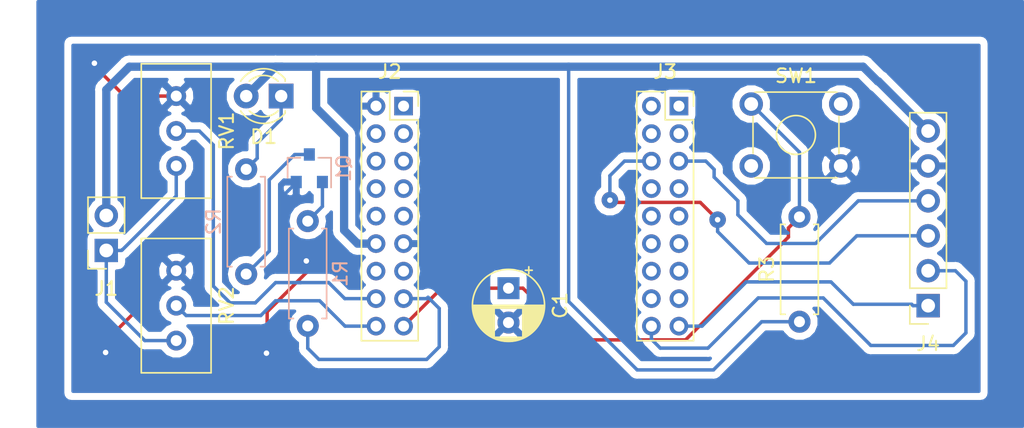
<source format=kicad_pcb>
(kicad_pcb (version 20171130) (host pcbnew 5.0.2-bee76a0~70~ubuntu16.04.1)

  (general
    (thickness 1.6)
    (drawings 0)
    (tracks 135)
    (zones 0)
    (modules 13)
    (nets 15)
  )

  (page A4)
  (layers
    (0 F.Cu signal)
    (31 B.Cu signal)
    (32 B.Adhes user)
    (33 F.Adhes user)
    (34 B.Paste user)
    (35 F.Paste user)
    (36 B.SilkS user)
    (37 F.SilkS user)
    (38 B.Mask user)
    (39 F.Mask user)
    (40 Dwgs.User user)
    (41 Cmts.User user)
    (42 Eco1.User user)
    (43 Eco2.User user)
    (44 Edge.Cuts user)
    (45 Margin user)
    (46 B.CrtYd user)
    (47 F.CrtYd user)
    (48 B.Fab user)
    (49 F.Fab user)
  )

  (setup
    (last_trace_width 0.25)
    (user_trace_width 0.6)
    (trace_clearance 0.2)
    (zone_clearance 0.508)
    (zone_45_only no)
    (trace_min 0.2)
    (segment_width 0.2)
    (edge_width 0.15)
    (via_size 1.2)
    (via_drill 0.4)
    (via_min_size 0.4)
    (via_min_drill 0.3)
    (uvia_size 0.3)
    (uvia_drill 0.1)
    (uvias_allowed no)
    (uvia_min_size 0.2)
    (uvia_min_drill 0.1)
    (pcb_text_width 0.3)
    (pcb_text_size 1.5 1.5)
    (mod_edge_width 0.15)
    (mod_text_size 1 1)
    (mod_text_width 0.15)
    (pad_size 1.524 1.524)
    (pad_drill 0.762)
    (pad_to_mask_clearance 0.051)
    (solder_mask_min_width 0.25)
    (aux_axis_origin 0 0)
    (grid_origin 107.188 80.772)
    (visible_elements 7FFFFFFF)
    (pcbplotparams
      (layerselection 0x010fc_ffffffff)
      (usegerberextensions false)
      (usegerberattributes false)
      (usegerberadvancedattributes false)
      (creategerberjobfile false)
      (excludeedgelayer true)
      (linewidth 0.100000)
      (plotframeref false)
      (viasonmask false)
      (mode 1)
      (useauxorigin false)
      (hpglpennumber 1)
      (hpglpenspeed 20)
      (hpglpendiameter 15.000000)
      (psnegative false)
      (psa4output false)
      (plotreference true)
      (plotvalue true)
      (plotinvisibletext false)
      (padsonsilk false)
      (subtractmaskfromsilk false)
      (outputformat 1)
      (mirror false)
      (drillshape 1)
      (scaleselection 1)
      (outputdirectory ""))
  )

  (net 0 "")
  (net 1 GND)
  (net 2 +2V5)
  (net 3 "Net-(D1-Pad1)")
  (net 4 "Net-(J1-Pad1)")
  (net 5 RX)
  (net 6 TX)
  (net 7 SWCLK)
  (net 8 SWDIO)
  (net 9 "Net-(Q1-Pad1)")
  (net 10 "Net-(Q1-Pad3)")
  (net 11 /04)
  (net 12 /02)
  (net 13 /01)
  (net 14 "Net-(J2-Pad18)")

  (net_class Default "This is the default net class."
    (clearance 0.2)
    (trace_width 0.25)
    (via_dia 1.2)
    (via_drill 0.4)
    (uvia_dia 0.3)
    (uvia_drill 0.1)
    (add_net +2V5)
    (add_net /01)
    (add_net /02)
    (add_net /04)
    (add_net GND)
    (add_net "Net-(D1-Pad1)")
    (add_net "Net-(J1-Pad1)")
    (add_net "Net-(J2-Pad18)")
    (add_net "Net-(Q1-Pad1)")
    (add_net "Net-(Q1-Pad3)")
    (add_net RX)
    (add_net SWCLK)
    (add_net SWDIO)
    (add_net TX)
  )

  (module LED_THT:LED_D3.0mm (layer F.Cu) (tedit 587A3A7B) (tstamp 5C447694)
    (at 98.298 82.042 180)
    (descr "LED, diameter 3.0mm, 2 pins")
    (tags "LED diameter 3.0mm 2 pins")
    (path /5C22FF48)
    (fp_text reference D1 (at 1.27 -2.96 180) (layer F.SilkS)
      (effects (font (size 1 1) (thickness 0.15)))
    )
    (fp_text value LED (at 1.27 2.96 180) (layer F.Fab)
      (effects (font (size 1 1) (thickness 0.15)))
    )
    (fp_arc (start 1.27 0) (end -0.23 -1.16619) (angle 284.3) (layer F.Fab) (width 0.1))
    (fp_arc (start 1.27 0) (end -0.29 -1.235516) (angle 108.8) (layer F.SilkS) (width 0.12))
    (fp_arc (start 1.27 0) (end -0.29 1.235516) (angle -108.8) (layer F.SilkS) (width 0.12))
    (fp_arc (start 1.27 0) (end 0.229039 -1.08) (angle 87.9) (layer F.SilkS) (width 0.12))
    (fp_arc (start 1.27 0) (end 0.229039 1.08) (angle -87.9) (layer F.SilkS) (width 0.12))
    (fp_circle (center 1.27 0) (end 2.77 0) (layer F.Fab) (width 0.1))
    (fp_line (start -0.23 -1.16619) (end -0.23 1.16619) (layer F.Fab) (width 0.1))
    (fp_line (start -0.29 -1.236) (end -0.29 -1.08) (layer F.SilkS) (width 0.12))
    (fp_line (start -0.29 1.08) (end -0.29 1.236) (layer F.SilkS) (width 0.12))
    (fp_line (start -1.15 -2.25) (end -1.15 2.25) (layer F.CrtYd) (width 0.05))
    (fp_line (start -1.15 2.25) (end 3.7 2.25) (layer F.CrtYd) (width 0.05))
    (fp_line (start 3.7 2.25) (end 3.7 -2.25) (layer F.CrtYd) (width 0.05))
    (fp_line (start 3.7 -2.25) (end -1.15 -2.25) (layer F.CrtYd) (width 0.05))
    (pad 1 thru_hole rect (at 0 0 180) (size 1.8 1.8) (drill 0.9) (layers *.Cu *.Mask)
      (net 3 "Net-(D1-Pad1)"))
    (pad 2 thru_hole circle (at 2.54 0 180) (size 1.8 1.8) (drill 0.9) (layers *.Cu *.Mask)
      (net 2 +2V5))
    (model ${KISYS3DMOD}/LED_THT.3dshapes/LED_D3.0mm.wrl
      (at (xyz 0 0 0))
      (scale (xyz 1 1 1))
      (rotate (xyz 0 0 0))
    )
  )

  (module Connector_PinSocket_2.00mm:PinSocket_2x09_P2.00mm_Vertical (layer F.Cu) (tedit 5A19A431) (tstamp 5C4476D2)
    (at 107.188 82.772)
    (descr "Through hole straight socket strip, 2x09, 2.00mm pitch, double cols (from Kicad 4.0.7), script generated")
    (tags "Through hole socket strip THT 2x09 2.00mm double row")
    (path /5C22DE5C)
    (fp_text reference J2 (at -1 -2.5) (layer F.SilkS)
      (effects (font (size 1 1) (thickness 0.15)))
    )
    (fp_text value Esquerdo (at -1 18.5) (layer F.Fab)
      (effects (font (size 1 1) (thickness 0.15)))
    )
    (fp_line (start -3 -1) (end 0 -1) (layer F.Fab) (width 0.1))
    (fp_line (start 0 -1) (end 1 0) (layer F.Fab) (width 0.1))
    (fp_line (start 1 0) (end 1 17) (layer F.Fab) (width 0.1))
    (fp_line (start 1 17) (end -3 17) (layer F.Fab) (width 0.1))
    (fp_line (start -3 17) (end -3 -1) (layer F.Fab) (width 0.1))
    (fp_line (start -3.06 -1.06) (end -1 -1.06) (layer F.SilkS) (width 0.12))
    (fp_line (start -3.06 -1.06) (end -3.06 17.06) (layer F.SilkS) (width 0.12))
    (fp_line (start -3.06 17.06) (end 1.06 17.06) (layer F.SilkS) (width 0.12))
    (fp_line (start 1.06 1) (end 1.06 17.06) (layer F.SilkS) (width 0.12))
    (fp_line (start -1 1) (end 1.06 1) (layer F.SilkS) (width 0.12))
    (fp_line (start -1 -1.06) (end -1 1) (layer F.SilkS) (width 0.12))
    (fp_line (start 1.06 -1.06) (end 1.06 0) (layer F.SilkS) (width 0.12))
    (fp_line (start 0 -1.06) (end 1.06 -1.06) (layer F.SilkS) (width 0.12))
    (fp_line (start -3.5 -1.5) (end 1.5 -1.5) (layer F.CrtYd) (width 0.05))
    (fp_line (start 1.5 -1.5) (end 1.5 17.5) (layer F.CrtYd) (width 0.05))
    (fp_line (start 1.5 17.5) (end -3.5 17.5) (layer F.CrtYd) (width 0.05))
    (fp_line (start -3.5 17.5) (end -3.5 -1.5) (layer F.CrtYd) (width 0.05))
    (fp_text user %R (at -1 8 90) (layer F.Fab)
      (effects (font (size 1 1) (thickness 0.15)))
    )
    (pad 1 thru_hole rect (at 0 0) (size 1.35 1.35) (drill 0.8) (layers *.Cu *.Mask))
    (pad 2 thru_hole oval (at -2 0) (size 1.35 1.35) (drill 0.8) (layers *.Cu *.Mask)
      (net 1 GND))
    (pad 3 thru_hole oval (at 0 2) (size 1.35 1.35) (drill 0.8) (layers *.Cu *.Mask))
    (pad 4 thru_hole oval (at -2 2) (size 1.35 1.35) (drill 0.8) (layers *.Cu *.Mask))
    (pad 5 thru_hole oval (at 0 4) (size 1.35 1.35) (drill 0.8) (layers *.Cu *.Mask))
    (pad 6 thru_hole oval (at -2 4) (size 1.35 1.35) (drill 0.8) (layers *.Cu *.Mask))
    (pad 7 thru_hole oval (at 0 6) (size 1.35 1.35) (drill 0.8) (layers *.Cu *.Mask))
    (pad 8 thru_hole oval (at -2 6) (size 1.35 1.35) (drill 0.8) (layers *.Cu *.Mask))
    (pad 9 thru_hole oval (at 0 8) (size 1.35 1.35) (drill 0.8) (layers *.Cu *.Mask))
    (pad 10 thru_hole oval (at -2 8) (size 1.35 1.35) (drill 0.8) (layers *.Cu *.Mask))
    (pad 11 thru_hole oval (at 0 10) (size 1.35 1.35) (drill 0.8) (layers *.Cu *.Mask)
      (net 1 GND))
    (pad 12 thru_hole oval (at -2 10) (size 1.35 1.35) (drill 0.8) (layers *.Cu *.Mask)
      (net 2 +2V5))
    (pad 13 thru_hole oval (at 0 12) (size 1.35 1.35) (drill 0.8) (layers *.Cu *.Mask))
    (pad 14 thru_hole oval (at -2 12) (size 1.35 1.35) (drill 0.8) (layers *.Cu *.Mask))
    (pad 15 thru_hole oval (at 0 14) (size 1.35 1.35) (drill 0.8) (layers *.Cu *.Mask)
      (net 12 /02))
    (pad 16 thru_hole oval (at -2 14) (size 1.35 1.35) (drill 0.8) (layers *.Cu *.Mask)
      (net 13 /01))
    (pad 17 thru_hole oval (at 0 16) (size 1.35 1.35) (drill 0.8) (layers *.Cu *.Mask)
      (net 11 /04))
    (pad 18 thru_hole oval (at -2 16) (size 1.35 1.35) (drill 0.8) (layers *.Cu *.Mask)
      (net 14 "Net-(J2-Pad18)"))
    (model ${KISYS3DMOD}/Connector_PinSocket_2.00mm.3dshapes/PinSocket_2x09_P2.00mm_Vertical.wrl
      (at (xyz 0 0 0))
      (scale (xyz 1 1 1))
      (rotate (xyz 0 0 0))
    )
  )

  (module Connector_PinSocket_2.00mm:PinSocket_2x09_P2.00mm_Vertical (layer F.Cu) (tedit 5A19A431) (tstamp 5C4476FA)
    (at 127.188 82.772)
    (descr "Through hole straight socket strip, 2x09, 2.00mm pitch, double cols (from Kicad 4.0.7), script generated")
    (tags "Through hole socket strip THT 2x09 2.00mm double row")
    (path /5C22DEA6)
    (fp_text reference J3 (at -1 -2.5) (layer F.SilkS)
      (effects (font (size 1 1) (thickness 0.15)))
    )
    (fp_text value Direito (at -1 18.5) (layer F.Fab)
      (effects (font (size 1 1) (thickness 0.15)))
    )
    (fp_text user %R (at -1 8 90) (layer F.Fab)
      (effects (font (size 1 1) (thickness 0.15)))
    )
    (fp_line (start -3.5 17.5) (end -3.5 -1.5) (layer F.CrtYd) (width 0.05))
    (fp_line (start 1.5 17.5) (end -3.5 17.5) (layer F.CrtYd) (width 0.05))
    (fp_line (start 1.5 -1.5) (end 1.5 17.5) (layer F.CrtYd) (width 0.05))
    (fp_line (start -3.5 -1.5) (end 1.5 -1.5) (layer F.CrtYd) (width 0.05))
    (fp_line (start 0 -1.06) (end 1.06 -1.06) (layer F.SilkS) (width 0.12))
    (fp_line (start 1.06 -1.06) (end 1.06 0) (layer F.SilkS) (width 0.12))
    (fp_line (start -1 -1.06) (end -1 1) (layer F.SilkS) (width 0.12))
    (fp_line (start -1 1) (end 1.06 1) (layer F.SilkS) (width 0.12))
    (fp_line (start 1.06 1) (end 1.06 17.06) (layer F.SilkS) (width 0.12))
    (fp_line (start -3.06 17.06) (end 1.06 17.06) (layer F.SilkS) (width 0.12))
    (fp_line (start -3.06 -1.06) (end -3.06 17.06) (layer F.SilkS) (width 0.12))
    (fp_line (start -3.06 -1.06) (end -1 -1.06) (layer F.SilkS) (width 0.12))
    (fp_line (start -3 17) (end -3 -1) (layer F.Fab) (width 0.1))
    (fp_line (start 1 17) (end -3 17) (layer F.Fab) (width 0.1))
    (fp_line (start 1 0) (end 1 17) (layer F.Fab) (width 0.1))
    (fp_line (start 0 -1) (end 1 0) (layer F.Fab) (width 0.1))
    (fp_line (start -3 -1) (end 0 -1) (layer F.Fab) (width 0.1))
    (pad 18 thru_hole oval (at -2 16) (size 1.35 1.35) (drill 0.8) (layers *.Cu *.Mask)
      (net 6 TX))
    (pad 17 thru_hole oval (at 0 16) (size 1.35 1.35) (drill 0.8) (layers *.Cu *.Mask)
      (net 5 RX))
    (pad 16 thru_hole oval (at -2 14) (size 1.35 1.35) (drill 0.8) (layers *.Cu *.Mask))
    (pad 15 thru_hole oval (at 0 14) (size 1.35 1.35) (drill 0.8) (layers *.Cu *.Mask))
    (pad 14 thru_hole oval (at -2 12) (size 1.35 1.35) (drill 0.8) (layers *.Cu *.Mask))
    (pad 13 thru_hole oval (at 0 12) (size 1.35 1.35) (drill 0.8) (layers *.Cu *.Mask))
    (pad 12 thru_hole oval (at -2 10) (size 1.35 1.35) (drill 0.8) (layers *.Cu *.Mask))
    (pad 11 thru_hole oval (at 0 10) (size 1.35 1.35) (drill 0.8) (layers *.Cu *.Mask))
    (pad 10 thru_hole oval (at -2 8) (size 1.35 1.35) (drill 0.8) (layers *.Cu *.Mask))
    (pad 9 thru_hole oval (at 0 8) (size 1.35 1.35) (drill 0.8) (layers *.Cu *.Mask))
    (pad 8 thru_hole oval (at -2 6) (size 1.35 1.35) (drill 0.8) (layers *.Cu *.Mask))
    (pad 7 thru_hole oval (at 0 6) (size 1.35 1.35) (drill 0.8) (layers *.Cu *.Mask))
    (pad 6 thru_hole oval (at -2 4) (size 1.35 1.35) (drill 0.8) (layers *.Cu *.Mask)
      (net 8 SWDIO))
    (pad 5 thru_hole oval (at 0 4) (size 1.35 1.35) (drill 0.8) (layers *.Cu *.Mask)
      (net 7 SWCLK))
    (pad 4 thru_hole oval (at -2 2) (size 1.35 1.35) (drill 0.8) (layers *.Cu *.Mask))
    (pad 3 thru_hole oval (at 0 2) (size 1.35 1.35) (drill 0.8) (layers *.Cu *.Mask))
    (pad 2 thru_hole oval (at -2 0) (size 1.35 1.35) (drill 0.8) (layers *.Cu *.Mask))
    (pad 1 thru_hole rect (at 0 0) (size 1.35 1.35) (drill 0.8) (layers *.Cu *.Mask))
    (model ${KISYS3DMOD}/Connector_PinSocket_2.00mm.3dshapes/PinSocket_2x09_P2.00mm_Vertical.wrl
      (at (xyz 0 0 0))
      (scale (xyz 1 1 1))
      (rotate (xyz 0 0 0))
    )
  )

  (module Package_TO_SOT_SMD:SOT-23 (layer B.Cu) (tedit 5A02FF57) (tstamp 5C447741)
    (at 100.3452 87.2904 90)
    (descr "SOT-23, Standard")
    (tags SOT-23)
    (path /5C2369C9)
    (attr smd)
    (fp_text reference Q1 (at 0 2.5 90) (layer B.SilkS)
      (effects (font (size 1 1) (thickness 0.15)) (justify mirror))
    )
    (fp_text value Q_NMOS_GSD (at 0 -2.5 90) (layer B.Fab)
      (effects (font (size 1 1) (thickness 0.15)) (justify mirror))
    )
    (fp_text user %R (at 0 0) (layer B.Fab)
      (effects (font (size 0.5 0.5) (thickness 0.075)) (justify mirror))
    )
    (fp_line (start -0.7 0.95) (end -0.7 -1.5) (layer B.Fab) (width 0.1))
    (fp_line (start -0.15 1.52) (end 0.7 1.52) (layer B.Fab) (width 0.1))
    (fp_line (start -0.7 0.95) (end -0.15 1.52) (layer B.Fab) (width 0.1))
    (fp_line (start 0.7 1.52) (end 0.7 -1.52) (layer B.Fab) (width 0.1))
    (fp_line (start -0.7 -1.52) (end 0.7 -1.52) (layer B.Fab) (width 0.1))
    (fp_line (start 0.76 -1.58) (end 0.76 -0.65) (layer B.SilkS) (width 0.12))
    (fp_line (start 0.76 1.58) (end 0.76 0.65) (layer B.SilkS) (width 0.12))
    (fp_line (start -1.7 1.75) (end 1.7 1.75) (layer B.CrtYd) (width 0.05))
    (fp_line (start 1.7 1.75) (end 1.7 -1.75) (layer B.CrtYd) (width 0.05))
    (fp_line (start 1.7 -1.75) (end -1.7 -1.75) (layer B.CrtYd) (width 0.05))
    (fp_line (start -1.7 -1.75) (end -1.7 1.75) (layer B.CrtYd) (width 0.05))
    (fp_line (start 0.76 1.58) (end -1.4 1.58) (layer B.SilkS) (width 0.12))
    (fp_line (start 0.76 -1.58) (end -0.7 -1.58) (layer B.SilkS) (width 0.12))
    (pad 1 smd rect (at -1 0.95 90) (size 0.9 0.8) (layers B.Cu B.Paste B.Mask)
      (net 9 "Net-(Q1-Pad1)"))
    (pad 2 smd rect (at -1 -0.95 90) (size 0.9 0.8) (layers B.Cu B.Paste B.Mask)
      (net 1 GND))
    (pad 3 smd rect (at 1 0 90) (size 0.9 0.8) (layers B.Cu B.Paste B.Mask)
      (net 10 "Net-(Q1-Pad3)"))
    (model ${KISYS3DMOD}/Package_TO_SOT_SMD.3dshapes/SOT-23.wrl
      (at (xyz 0 0 0))
      (scale (xyz 1 1 1))
      (rotate (xyz 0 0 0))
    )
  )

  (module Potentiometer_THT:Potentiometer_Bourns_3296W_Vertical (layer F.Cu) (tedit 5A3D4994) (tstamp 5C44777A)
    (at 90.678 87.122 270)
    (descr "Potentiometer, vertical, Bourns 3296W, https://www.bourns.com/pdfs/3296.pdf")
    (tags "Potentiometer vertical Bourns 3296W")
    (path /5C24E02F)
    (fp_text reference RV1 (at -2.54 -3.66 270) (layer F.SilkS)
      (effects (font (size 1 1) (thickness 0.15)))
    )
    (fp_text value R_POT_TRIM_US (at -2.54 3.67 270) (layer F.Fab)
      (effects (font (size 1 1) (thickness 0.15)))
    )
    (fp_text user %R (at -3.175 0.005 270) (layer F.Fab)
      (effects (font (size 1 1) (thickness 0.15)))
    )
    (fp_line (start 2.5 -2.7) (end -7.6 -2.7) (layer F.CrtYd) (width 0.05))
    (fp_line (start 2.5 2.7) (end 2.5 -2.7) (layer F.CrtYd) (width 0.05))
    (fp_line (start -7.6 2.7) (end 2.5 2.7) (layer F.CrtYd) (width 0.05))
    (fp_line (start -7.6 -2.7) (end -7.6 2.7) (layer F.CrtYd) (width 0.05))
    (fp_line (start 2.345 -2.53) (end 2.345 2.54) (layer F.SilkS) (width 0.12))
    (fp_line (start -7.425 -2.53) (end -7.425 2.54) (layer F.SilkS) (width 0.12))
    (fp_line (start -7.425 2.54) (end 2.345 2.54) (layer F.SilkS) (width 0.12))
    (fp_line (start -7.425 -2.53) (end 2.345 -2.53) (layer F.SilkS) (width 0.12))
    (fp_line (start 0.955 2.235) (end 0.956 0.066) (layer F.Fab) (width 0.1))
    (fp_line (start 0.955 2.235) (end 0.956 0.066) (layer F.Fab) (width 0.1))
    (fp_line (start 2.225 -2.41) (end -7.305 -2.41) (layer F.Fab) (width 0.1))
    (fp_line (start 2.225 2.42) (end 2.225 -2.41) (layer F.Fab) (width 0.1))
    (fp_line (start -7.305 2.42) (end 2.225 2.42) (layer F.Fab) (width 0.1))
    (fp_line (start -7.305 -2.41) (end -7.305 2.42) (layer F.Fab) (width 0.1))
    (fp_circle (center 0.955 1.15) (end 2.05 1.15) (layer F.Fab) (width 0.1))
    (pad 3 thru_hole circle (at -5.08 0 270) (size 1.44 1.44) (drill 0.8) (layers *.Cu *.Mask)
      (net 1 GND))
    (pad 2 thru_hole circle (at -2.54 0 270) (size 1.44 1.44) (drill 0.8) (layers *.Cu *.Mask)
      (net 13 /01))
    (pad 1 thru_hole circle (at 0 0 270) (size 1.44 1.44) (drill 0.8) (layers *.Cu *.Mask)
      (net 4 "Net-(J1-Pad1)"))
    (model ${KISYS3DMOD}/Potentiometer_THT.3dshapes/Potentiometer_Bourns_3296W_Vertical.wrl
      (at (xyz 0 0 0))
      (scale (xyz 1 1 1))
      (rotate (xyz 0 0 0))
    )
  )

  (module Potentiometer_THT:Potentiometer_Bourns_3296W_Vertical (layer F.Cu) (tedit 5A3D4994) (tstamp 5C447791)
    (at 90.678 99.822 270)
    (descr "Potentiometer, vertical, Bourns 3296W, https://www.bourns.com/pdfs/3296.pdf")
    (tags "Potentiometer vertical Bourns 3296W")
    (path /5C22E7D6)
    (fp_text reference RV2 (at -2.54 -3.66 270) (layer F.SilkS)
      (effects (font (size 1 1) (thickness 0.15)))
    )
    (fp_text value R_POT_TRIM_US (at -2.54 3.67 270) (layer F.Fab)
      (effects (font (size 1 1) (thickness 0.15)))
    )
    (fp_circle (center 0.955 1.15) (end 2.05 1.15) (layer F.Fab) (width 0.1))
    (fp_line (start -7.305 -2.41) (end -7.305 2.42) (layer F.Fab) (width 0.1))
    (fp_line (start -7.305 2.42) (end 2.225 2.42) (layer F.Fab) (width 0.1))
    (fp_line (start 2.225 2.42) (end 2.225 -2.41) (layer F.Fab) (width 0.1))
    (fp_line (start 2.225 -2.41) (end -7.305 -2.41) (layer F.Fab) (width 0.1))
    (fp_line (start 0.955 2.235) (end 0.956 0.066) (layer F.Fab) (width 0.1))
    (fp_line (start 0.955 2.235) (end 0.956 0.066) (layer F.Fab) (width 0.1))
    (fp_line (start -7.425 -2.53) (end 2.345 -2.53) (layer F.SilkS) (width 0.12))
    (fp_line (start -7.425 2.54) (end 2.345 2.54) (layer F.SilkS) (width 0.12))
    (fp_line (start -7.425 -2.53) (end -7.425 2.54) (layer F.SilkS) (width 0.12))
    (fp_line (start 2.345 -2.53) (end 2.345 2.54) (layer F.SilkS) (width 0.12))
    (fp_line (start -7.6 -2.7) (end -7.6 2.7) (layer F.CrtYd) (width 0.05))
    (fp_line (start -7.6 2.7) (end 2.5 2.7) (layer F.CrtYd) (width 0.05))
    (fp_line (start 2.5 2.7) (end 2.5 -2.7) (layer F.CrtYd) (width 0.05))
    (fp_line (start 2.5 -2.7) (end -7.6 -2.7) (layer F.CrtYd) (width 0.05))
    (fp_text user %R (at -3.175 0.005 270) (layer F.Fab)
      (effects (font (size 1 1) (thickness 0.15)))
    )
    (pad 1 thru_hole circle (at 0 0 270) (size 1.44 1.44) (drill 0.8) (layers *.Cu *.Mask)
      (net 4 "Net-(J1-Pad1)"))
    (pad 2 thru_hole circle (at -2.54 0 270) (size 1.44 1.44) (drill 0.8) (layers *.Cu *.Mask)
      (net 14 "Net-(J2-Pad18)"))
    (pad 3 thru_hole circle (at -5.08 0 270) (size 1.44 1.44) (drill 0.8) (layers *.Cu *.Mask)
      (net 1 GND))
    (model ${KISYS3DMOD}/Potentiometer_THT.3dshapes/Potentiometer_Bourns_3296W_Vertical.wrl
      (at (xyz 0 0 0))
      (scale (xyz 1 1 1))
      (rotate (xyz 0 0 0))
    )
  )

  (module Capacitor_THT:CP_Radial_D5.0mm_P2.50mm (layer F.Cu) (tedit 5AE50EF0) (tstamp 5C55CF9D)
    (at 114.808 96.012 270)
    (descr "CP, Radial series, Radial, pin pitch=2.50mm, , diameter=5mm, Electrolytic Capacitor")
    (tags "CP Radial series Radial pin pitch 2.50mm  diameter 5mm Electrolytic Capacitor")
    (path /5C57A11E)
    (fp_text reference C1 (at 1.25 -3.75 270) (layer F.SilkS)
      (effects (font (size 1 1) (thickness 0.15)))
    )
    (fp_text value 100nF (at 1.25 3.75 270) (layer F.Fab)
      (effects (font (size 1 1) (thickness 0.15)))
    )
    (fp_circle (center 1.25 0) (end 3.75 0) (layer F.Fab) (width 0.1))
    (fp_circle (center 1.25 0) (end 3.87 0) (layer F.SilkS) (width 0.12))
    (fp_circle (center 1.25 0) (end 4 0) (layer F.CrtYd) (width 0.05))
    (fp_line (start -0.883605 -1.0875) (end -0.383605 -1.0875) (layer F.Fab) (width 0.1))
    (fp_line (start -0.633605 -1.3375) (end -0.633605 -0.8375) (layer F.Fab) (width 0.1))
    (fp_line (start 1.25 -2.58) (end 1.25 2.58) (layer F.SilkS) (width 0.12))
    (fp_line (start 1.29 -2.58) (end 1.29 2.58) (layer F.SilkS) (width 0.12))
    (fp_line (start 1.33 -2.579) (end 1.33 2.579) (layer F.SilkS) (width 0.12))
    (fp_line (start 1.37 -2.578) (end 1.37 2.578) (layer F.SilkS) (width 0.12))
    (fp_line (start 1.41 -2.576) (end 1.41 2.576) (layer F.SilkS) (width 0.12))
    (fp_line (start 1.45 -2.573) (end 1.45 2.573) (layer F.SilkS) (width 0.12))
    (fp_line (start 1.49 -2.569) (end 1.49 -1.04) (layer F.SilkS) (width 0.12))
    (fp_line (start 1.49 1.04) (end 1.49 2.569) (layer F.SilkS) (width 0.12))
    (fp_line (start 1.53 -2.565) (end 1.53 -1.04) (layer F.SilkS) (width 0.12))
    (fp_line (start 1.53 1.04) (end 1.53 2.565) (layer F.SilkS) (width 0.12))
    (fp_line (start 1.57 -2.561) (end 1.57 -1.04) (layer F.SilkS) (width 0.12))
    (fp_line (start 1.57 1.04) (end 1.57 2.561) (layer F.SilkS) (width 0.12))
    (fp_line (start 1.61 -2.556) (end 1.61 -1.04) (layer F.SilkS) (width 0.12))
    (fp_line (start 1.61 1.04) (end 1.61 2.556) (layer F.SilkS) (width 0.12))
    (fp_line (start 1.65 -2.55) (end 1.65 -1.04) (layer F.SilkS) (width 0.12))
    (fp_line (start 1.65 1.04) (end 1.65 2.55) (layer F.SilkS) (width 0.12))
    (fp_line (start 1.69 -2.543) (end 1.69 -1.04) (layer F.SilkS) (width 0.12))
    (fp_line (start 1.69 1.04) (end 1.69 2.543) (layer F.SilkS) (width 0.12))
    (fp_line (start 1.73 -2.536) (end 1.73 -1.04) (layer F.SilkS) (width 0.12))
    (fp_line (start 1.73 1.04) (end 1.73 2.536) (layer F.SilkS) (width 0.12))
    (fp_line (start 1.77 -2.528) (end 1.77 -1.04) (layer F.SilkS) (width 0.12))
    (fp_line (start 1.77 1.04) (end 1.77 2.528) (layer F.SilkS) (width 0.12))
    (fp_line (start 1.81 -2.52) (end 1.81 -1.04) (layer F.SilkS) (width 0.12))
    (fp_line (start 1.81 1.04) (end 1.81 2.52) (layer F.SilkS) (width 0.12))
    (fp_line (start 1.85 -2.511) (end 1.85 -1.04) (layer F.SilkS) (width 0.12))
    (fp_line (start 1.85 1.04) (end 1.85 2.511) (layer F.SilkS) (width 0.12))
    (fp_line (start 1.89 -2.501) (end 1.89 -1.04) (layer F.SilkS) (width 0.12))
    (fp_line (start 1.89 1.04) (end 1.89 2.501) (layer F.SilkS) (width 0.12))
    (fp_line (start 1.93 -2.491) (end 1.93 -1.04) (layer F.SilkS) (width 0.12))
    (fp_line (start 1.93 1.04) (end 1.93 2.491) (layer F.SilkS) (width 0.12))
    (fp_line (start 1.971 -2.48) (end 1.971 -1.04) (layer F.SilkS) (width 0.12))
    (fp_line (start 1.971 1.04) (end 1.971 2.48) (layer F.SilkS) (width 0.12))
    (fp_line (start 2.011 -2.468) (end 2.011 -1.04) (layer F.SilkS) (width 0.12))
    (fp_line (start 2.011 1.04) (end 2.011 2.468) (layer F.SilkS) (width 0.12))
    (fp_line (start 2.051 -2.455) (end 2.051 -1.04) (layer F.SilkS) (width 0.12))
    (fp_line (start 2.051 1.04) (end 2.051 2.455) (layer F.SilkS) (width 0.12))
    (fp_line (start 2.091 -2.442) (end 2.091 -1.04) (layer F.SilkS) (width 0.12))
    (fp_line (start 2.091 1.04) (end 2.091 2.442) (layer F.SilkS) (width 0.12))
    (fp_line (start 2.131 -2.428) (end 2.131 -1.04) (layer F.SilkS) (width 0.12))
    (fp_line (start 2.131 1.04) (end 2.131 2.428) (layer F.SilkS) (width 0.12))
    (fp_line (start 2.171 -2.414) (end 2.171 -1.04) (layer F.SilkS) (width 0.12))
    (fp_line (start 2.171 1.04) (end 2.171 2.414) (layer F.SilkS) (width 0.12))
    (fp_line (start 2.211 -2.398) (end 2.211 -1.04) (layer F.SilkS) (width 0.12))
    (fp_line (start 2.211 1.04) (end 2.211 2.398) (layer F.SilkS) (width 0.12))
    (fp_line (start 2.251 -2.382) (end 2.251 -1.04) (layer F.SilkS) (width 0.12))
    (fp_line (start 2.251 1.04) (end 2.251 2.382) (layer F.SilkS) (width 0.12))
    (fp_line (start 2.291 -2.365) (end 2.291 -1.04) (layer F.SilkS) (width 0.12))
    (fp_line (start 2.291 1.04) (end 2.291 2.365) (layer F.SilkS) (width 0.12))
    (fp_line (start 2.331 -2.348) (end 2.331 -1.04) (layer F.SilkS) (width 0.12))
    (fp_line (start 2.331 1.04) (end 2.331 2.348) (layer F.SilkS) (width 0.12))
    (fp_line (start 2.371 -2.329) (end 2.371 -1.04) (layer F.SilkS) (width 0.12))
    (fp_line (start 2.371 1.04) (end 2.371 2.329) (layer F.SilkS) (width 0.12))
    (fp_line (start 2.411 -2.31) (end 2.411 -1.04) (layer F.SilkS) (width 0.12))
    (fp_line (start 2.411 1.04) (end 2.411 2.31) (layer F.SilkS) (width 0.12))
    (fp_line (start 2.451 -2.29) (end 2.451 -1.04) (layer F.SilkS) (width 0.12))
    (fp_line (start 2.451 1.04) (end 2.451 2.29) (layer F.SilkS) (width 0.12))
    (fp_line (start 2.491 -2.268) (end 2.491 -1.04) (layer F.SilkS) (width 0.12))
    (fp_line (start 2.491 1.04) (end 2.491 2.268) (layer F.SilkS) (width 0.12))
    (fp_line (start 2.531 -2.247) (end 2.531 -1.04) (layer F.SilkS) (width 0.12))
    (fp_line (start 2.531 1.04) (end 2.531 2.247) (layer F.SilkS) (width 0.12))
    (fp_line (start 2.571 -2.224) (end 2.571 -1.04) (layer F.SilkS) (width 0.12))
    (fp_line (start 2.571 1.04) (end 2.571 2.224) (layer F.SilkS) (width 0.12))
    (fp_line (start 2.611 -2.2) (end 2.611 -1.04) (layer F.SilkS) (width 0.12))
    (fp_line (start 2.611 1.04) (end 2.611 2.2) (layer F.SilkS) (width 0.12))
    (fp_line (start 2.651 -2.175) (end 2.651 -1.04) (layer F.SilkS) (width 0.12))
    (fp_line (start 2.651 1.04) (end 2.651 2.175) (layer F.SilkS) (width 0.12))
    (fp_line (start 2.691 -2.149) (end 2.691 -1.04) (layer F.SilkS) (width 0.12))
    (fp_line (start 2.691 1.04) (end 2.691 2.149) (layer F.SilkS) (width 0.12))
    (fp_line (start 2.731 -2.122) (end 2.731 -1.04) (layer F.SilkS) (width 0.12))
    (fp_line (start 2.731 1.04) (end 2.731 2.122) (layer F.SilkS) (width 0.12))
    (fp_line (start 2.771 -2.095) (end 2.771 -1.04) (layer F.SilkS) (width 0.12))
    (fp_line (start 2.771 1.04) (end 2.771 2.095) (layer F.SilkS) (width 0.12))
    (fp_line (start 2.811 -2.065) (end 2.811 -1.04) (layer F.SilkS) (width 0.12))
    (fp_line (start 2.811 1.04) (end 2.811 2.065) (layer F.SilkS) (width 0.12))
    (fp_line (start 2.851 -2.035) (end 2.851 -1.04) (layer F.SilkS) (width 0.12))
    (fp_line (start 2.851 1.04) (end 2.851 2.035) (layer F.SilkS) (width 0.12))
    (fp_line (start 2.891 -2.004) (end 2.891 -1.04) (layer F.SilkS) (width 0.12))
    (fp_line (start 2.891 1.04) (end 2.891 2.004) (layer F.SilkS) (width 0.12))
    (fp_line (start 2.931 -1.971) (end 2.931 -1.04) (layer F.SilkS) (width 0.12))
    (fp_line (start 2.931 1.04) (end 2.931 1.971) (layer F.SilkS) (width 0.12))
    (fp_line (start 2.971 -1.937) (end 2.971 -1.04) (layer F.SilkS) (width 0.12))
    (fp_line (start 2.971 1.04) (end 2.971 1.937) (layer F.SilkS) (width 0.12))
    (fp_line (start 3.011 -1.901) (end 3.011 -1.04) (layer F.SilkS) (width 0.12))
    (fp_line (start 3.011 1.04) (end 3.011 1.901) (layer F.SilkS) (width 0.12))
    (fp_line (start 3.051 -1.864) (end 3.051 -1.04) (layer F.SilkS) (width 0.12))
    (fp_line (start 3.051 1.04) (end 3.051 1.864) (layer F.SilkS) (width 0.12))
    (fp_line (start 3.091 -1.826) (end 3.091 -1.04) (layer F.SilkS) (width 0.12))
    (fp_line (start 3.091 1.04) (end 3.091 1.826) (layer F.SilkS) (width 0.12))
    (fp_line (start 3.131 -1.785) (end 3.131 -1.04) (layer F.SilkS) (width 0.12))
    (fp_line (start 3.131 1.04) (end 3.131 1.785) (layer F.SilkS) (width 0.12))
    (fp_line (start 3.171 -1.743) (end 3.171 -1.04) (layer F.SilkS) (width 0.12))
    (fp_line (start 3.171 1.04) (end 3.171 1.743) (layer F.SilkS) (width 0.12))
    (fp_line (start 3.211 -1.699) (end 3.211 -1.04) (layer F.SilkS) (width 0.12))
    (fp_line (start 3.211 1.04) (end 3.211 1.699) (layer F.SilkS) (width 0.12))
    (fp_line (start 3.251 -1.653) (end 3.251 -1.04) (layer F.SilkS) (width 0.12))
    (fp_line (start 3.251 1.04) (end 3.251 1.653) (layer F.SilkS) (width 0.12))
    (fp_line (start 3.291 -1.605) (end 3.291 -1.04) (layer F.SilkS) (width 0.12))
    (fp_line (start 3.291 1.04) (end 3.291 1.605) (layer F.SilkS) (width 0.12))
    (fp_line (start 3.331 -1.554) (end 3.331 -1.04) (layer F.SilkS) (width 0.12))
    (fp_line (start 3.331 1.04) (end 3.331 1.554) (layer F.SilkS) (width 0.12))
    (fp_line (start 3.371 -1.5) (end 3.371 -1.04) (layer F.SilkS) (width 0.12))
    (fp_line (start 3.371 1.04) (end 3.371 1.5) (layer F.SilkS) (width 0.12))
    (fp_line (start 3.411 -1.443) (end 3.411 -1.04) (layer F.SilkS) (width 0.12))
    (fp_line (start 3.411 1.04) (end 3.411 1.443) (layer F.SilkS) (width 0.12))
    (fp_line (start 3.451 -1.383) (end 3.451 -1.04) (layer F.SilkS) (width 0.12))
    (fp_line (start 3.451 1.04) (end 3.451 1.383) (layer F.SilkS) (width 0.12))
    (fp_line (start 3.491 -1.319) (end 3.491 -1.04) (layer F.SilkS) (width 0.12))
    (fp_line (start 3.491 1.04) (end 3.491 1.319) (layer F.SilkS) (width 0.12))
    (fp_line (start 3.531 -1.251) (end 3.531 -1.04) (layer F.SilkS) (width 0.12))
    (fp_line (start 3.531 1.04) (end 3.531 1.251) (layer F.SilkS) (width 0.12))
    (fp_line (start 3.571 -1.178) (end 3.571 1.178) (layer F.SilkS) (width 0.12))
    (fp_line (start 3.611 -1.098) (end 3.611 1.098) (layer F.SilkS) (width 0.12))
    (fp_line (start 3.651 -1.011) (end 3.651 1.011) (layer F.SilkS) (width 0.12))
    (fp_line (start 3.691 -0.915) (end 3.691 0.915) (layer F.SilkS) (width 0.12))
    (fp_line (start 3.731 -0.805) (end 3.731 0.805) (layer F.SilkS) (width 0.12))
    (fp_line (start 3.771 -0.677) (end 3.771 0.677) (layer F.SilkS) (width 0.12))
    (fp_line (start 3.811 -0.518) (end 3.811 0.518) (layer F.SilkS) (width 0.12))
    (fp_line (start 3.851 -0.284) (end 3.851 0.284) (layer F.SilkS) (width 0.12))
    (fp_line (start -1.554775 -1.475) (end -1.054775 -1.475) (layer F.SilkS) (width 0.12))
    (fp_line (start -1.304775 -1.725) (end -1.304775 -1.225) (layer F.SilkS) (width 0.12))
    (fp_text user %R (at 0 0 270) (layer F.Fab)
      (effects (font (size 1 1) (thickness 0.15)))
    )
    (pad 1 thru_hole rect (at 0 0 270) (size 1.6 1.6) (drill 0.8) (layers *.Cu *.Mask)
      (net 11 /04))
    (pad 2 thru_hole circle (at 2.5 0 270) (size 1.6 1.6) (drill 0.8) (layers *.Cu *.Mask)
      (net 1 GND))
    (model ${KISYS3DMOD}/Capacitor_THT.3dshapes/CP_Radial_D5.0mm_P2.50mm.wrl
      (at (xyz 0 0 0))
      (scale (xyz 1 1 1))
      (rotate (xyz 0 0 0))
    )
  )

  (module Connector_PinSocket_2.54mm:PinSocket_1x02_P2.54mm_Vertical (layer F.Cu) (tedit 5A19A420) (tstamp 5C55C5C9)
    (at 85.598 93.2688 180)
    (descr "Through hole straight socket strip, 1x02, 2.54mm pitch, single row (from Kicad 4.0.7), script generated")
    (tags "Through hole socket strip THT 1x02 2.54mm single row")
    (path /5C5624B5)
    (fp_text reference J1 (at 0 -2.77 180) (layer F.SilkS)
      (effects (font (size 1 1) (thickness 0.15)))
    )
    (fp_text value Conn_01x02_Female (at 0 5.31 180) (layer F.Fab)
      (effects (font (size 1 1) (thickness 0.15)))
    )
    (fp_line (start -1.27 -1.27) (end 0.635 -1.27) (layer F.Fab) (width 0.1))
    (fp_line (start 0.635 -1.27) (end 1.27 -0.635) (layer F.Fab) (width 0.1))
    (fp_line (start 1.27 -0.635) (end 1.27 3.81) (layer F.Fab) (width 0.1))
    (fp_line (start 1.27 3.81) (end -1.27 3.81) (layer F.Fab) (width 0.1))
    (fp_line (start -1.27 3.81) (end -1.27 -1.27) (layer F.Fab) (width 0.1))
    (fp_line (start -1.33 1.27) (end 1.33 1.27) (layer F.SilkS) (width 0.12))
    (fp_line (start -1.33 1.27) (end -1.33 3.87) (layer F.SilkS) (width 0.12))
    (fp_line (start -1.33 3.87) (end 1.33 3.87) (layer F.SilkS) (width 0.12))
    (fp_line (start 1.33 1.27) (end 1.33 3.87) (layer F.SilkS) (width 0.12))
    (fp_line (start 1.33 -1.33) (end 1.33 0) (layer F.SilkS) (width 0.12))
    (fp_line (start 0 -1.33) (end 1.33 -1.33) (layer F.SilkS) (width 0.12))
    (fp_line (start -1.8 -1.8) (end 1.75 -1.8) (layer F.CrtYd) (width 0.05))
    (fp_line (start 1.75 -1.8) (end 1.75 4.3) (layer F.CrtYd) (width 0.05))
    (fp_line (start 1.75 4.3) (end -1.8 4.3) (layer F.CrtYd) (width 0.05))
    (fp_line (start -1.8 4.3) (end -1.8 -1.8) (layer F.CrtYd) (width 0.05))
    (fp_text user %R (at 0 1.27 270) (layer F.Fab)
      (effects (font (size 1 1) (thickness 0.15)))
    )
    (pad 1 thru_hole rect (at 0 0 180) (size 1.7 1.7) (drill 1) (layers *.Cu *.Mask)
      (net 4 "Net-(J1-Pad1)"))
    (pad 2 thru_hole oval (at 0 2.54 180) (size 1.7 1.7) (drill 1) (layers *.Cu *.Mask)
      (net 2 +2V5))
    (model ${KISYS3DMOD}/Connector_PinSocket_2.54mm.3dshapes/PinSocket_1x02_P2.54mm_Vertical.wrl
      (at (xyz 0 0 0))
      (scale (xyz 1 1 1))
      (rotate (xyz 0 0 0))
    )
  )

  (module Connector_PinSocket_2.54mm:PinSocket_1x06_P2.54mm_Vertical (layer F.Cu) (tedit 5A19A430) (tstamp 5C55C5DE)
    (at 145.288 97.282 180)
    (descr "Through hole straight socket strip, 1x06, 2.54mm pitch, single row (from Kicad 4.0.7), script generated")
    (tags "Through hole socket strip THT 1x06 2.54mm single row")
    (path /5C56F737)
    (fp_text reference J4 (at 0 -2.77 180) (layer F.SilkS)
      (effects (font (size 1 1) (thickness 0.15)))
    )
    (fp_text value Conn_01x06 (at 0 15.47 180) (layer F.Fab)
      (effects (font (size 1 1) (thickness 0.15)))
    )
    (fp_line (start -1.27 -1.27) (end 0.635 -1.27) (layer F.Fab) (width 0.1))
    (fp_line (start 0.635 -1.27) (end 1.27 -0.635) (layer F.Fab) (width 0.1))
    (fp_line (start 1.27 -0.635) (end 1.27 13.97) (layer F.Fab) (width 0.1))
    (fp_line (start 1.27 13.97) (end -1.27 13.97) (layer F.Fab) (width 0.1))
    (fp_line (start -1.27 13.97) (end -1.27 -1.27) (layer F.Fab) (width 0.1))
    (fp_line (start -1.33 1.27) (end 1.33 1.27) (layer F.SilkS) (width 0.12))
    (fp_line (start -1.33 1.27) (end -1.33 14.03) (layer F.SilkS) (width 0.12))
    (fp_line (start -1.33 14.03) (end 1.33 14.03) (layer F.SilkS) (width 0.12))
    (fp_line (start 1.33 1.27) (end 1.33 14.03) (layer F.SilkS) (width 0.12))
    (fp_line (start 1.33 -1.33) (end 1.33 0) (layer F.SilkS) (width 0.12))
    (fp_line (start 0 -1.33) (end 1.33 -1.33) (layer F.SilkS) (width 0.12))
    (fp_line (start -1.8 -1.8) (end 1.75 -1.8) (layer F.CrtYd) (width 0.05))
    (fp_line (start 1.75 -1.8) (end 1.75 14.45) (layer F.CrtYd) (width 0.05))
    (fp_line (start 1.75 14.45) (end -1.8 14.45) (layer F.CrtYd) (width 0.05))
    (fp_line (start -1.8 14.45) (end -1.8 -1.8) (layer F.CrtYd) (width 0.05))
    (fp_text user %R (at 0 6.35 270) (layer F.Fab)
      (effects (font (size 1 1) (thickness 0.15)))
    )
    (pad 1 thru_hole rect (at 0 0 180) (size 1.7 1.7) (drill 1) (layers *.Cu *.Mask)
      (net 5 RX))
    (pad 2 thru_hole oval (at 0 2.54 180) (size 1.7 1.7) (drill 1) (layers *.Cu *.Mask)
      (net 6 TX))
    (pad 3 thru_hole oval (at 0 5.08 180) (size 1.7 1.7) (drill 1) (layers *.Cu *.Mask)
      (net 8 SWDIO))
    (pad 4 thru_hole oval (at 0 7.62 180) (size 1.7 1.7) (drill 1) (layers *.Cu *.Mask)
      (net 7 SWCLK))
    (pad 5 thru_hole oval (at 0 10.16 180) (size 1.7 1.7) (drill 1) (layers *.Cu *.Mask)
      (net 1 GND))
    (pad 6 thru_hole oval (at 0 12.7 180) (size 1.7 1.7) (drill 1) (layers *.Cu *.Mask)
      (net 2 +2V5))
    (model ${KISYS3DMOD}/Connector_PinSocket_2.54mm.3dshapes/PinSocket_1x06_P2.54mm_Vertical.wrl
      (at (xyz 0 0 0))
      (scale (xyz 1 1 1))
      (rotate (xyz 0 0 0))
    )
  )

  (module Resistor_THT:R_Axial_DIN0207_L6.3mm_D2.5mm_P7.62mm_Horizontal (layer B.Cu) (tedit 5AE5139B) (tstamp 5C55C5F7)
    (at 100.2284 98.7552 90)
    (descr "Resistor, Axial_DIN0207 series, Axial, Horizontal, pin pitch=7.62mm, 0.25W = 1/4W, length*diameter=6.3*2.5mm^2, http://cdn-reichelt.de/documents/datenblatt/B400/1_4W%23YAG.pdf")
    (tags "Resistor Axial_DIN0207 series Axial Horizontal pin pitch 7.62mm 0.25W = 1/4W length 6.3mm diameter 2.5mm")
    (path /5C2308C2)
    (fp_text reference R1 (at 3.81 2.37 90) (layer B.SilkS)
      (effects (font (size 1 1) (thickness 0.15)) (justify mirror))
    )
    (fp_text value 1k (at 3.81 -2.37 90) (layer B.Fab)
      (effects (font (size 1 1) (thickness 0.15)) (justify mirror))
    )
    (fp_text user %R (at 3.81 0 90) (layer B.Fab)
      (effects (font (size 1 1) (thickness 0.15)) (justify mirror))
    )
    (fp_line (start 8.67 1.5) (end -1.05 1.5) (layer B.CrtYd) (width 0.05))
    (fp_line (start 8.67 -1.5) (end 8.67 1.5) (layer B.CrtYd) (width 0.05))
    (fp_line (start -1.05 -1.5) (end 8.67 -1.5) (layer B.CrtYd) (width 0.05))
    (fp_line (start -1.05 1.5) (end -1.05 -1.5) (layer B.CrtYd) (width 0.05))
    (fp_line (start 7.08 -1.37) (end 7.08 -1.04) (layer B.SilkS) (width 0.12))
    (fp_line (start 0.54 -1.37) (end 7.08 -1.37) (layer B.SilkS) (width 0.12))
    (fp_line (start 0.54 -1.04) (end 0.54 -1.37) (layer B.SilkS) (width 0.12))
    (fp_line (start 7.08 1.37) (end 7.08 1.04) (layer B.SilkS) (width 0.12))
    (fp_line (start 0.54 1.37) (end 7.08 1.37) (layer B.SilkS) (width 0.12))
    (fp_line (start 0.54 1.04) (end 0.54 1.37) (layer B.SilkS) (width 0.12))
    (fp_line (start 7.62 0) (end 6.96 0) (layer B.Fab) (width 0.1))
    (fp_line (start 0 0) (end 0.66 0) (layer B.Fab) (width 0.1))
    (fp_line (start 6.96 1.25) (end 0.66 1.25) (layer B.Fab) (width 0.1))
    (fp_line (start 6.96 -1.25) (end 6.96 1.25) (layer B.Fab) (width 0.1))
    (fp_line (start 0.66 -1.25) (end 6.96 -1.25) (layer B.Fab) (width 0.1))
    (fp_line (start 0.66 1.25) (end 0.66 -1.25) (layer B.Fab) (width 0.1))
    (pad 2 thru_hole oval (at 7.62 0 90) (size 1.6 1.6) (drill 0.8) (layers *.Cu *.Mask)
      (net 9 "Net-(Q1-Pad1)"))
    (pad 1 thru_hole circle (at 0 0 90) (size 1.6 1.6) (drill 0.8) (layers *.Cu *.Mask)
      (net 12 /02))
    (model ${KISYS3DMOD}/Resistor_THT.3dshapes/R_Axial_DIN0207_L6.3mm_D2.5mm_P7.62mm_Horizontal.wrl
      (at (xyz 0 0 0))
      (scale (xyz 1 1 1))
      (rotate (xyz 0 0 0))
    )
  )

  (module Resistor_THT:R_Axial_DIN0207_L6.3mm_D2.5mm_P7.62mm_Horizontal (layer B.Cu) (tedit 5AE5139B) (tstamp 5C55C60D)
    (at 95.758 87.367 270)
    (descr "Resistor, Axial_DIN0207 series, Axial, Horizontal, pin pitch=7.62mm, 0.25W = 1/4W, length*diameter=6.3*2.5mm^2, http://cdn-reichelt.de/documents/datenblatt/B400/1_4W%23YAG.pdf")
    (tags "Resistor Axial_DIN0207 series Axial Horizontal pin pitch 7.62mm 0.25W = 1/4W length 6.3mm diameter 2.5mm")
    (path /5C22FDAD)
    (fp_text reference R2 (at 3.81 2.37 270) (layer B.SilkS)
      (effects (font (size 1 1) (thickness 0.15)) (justify mirror))
    )
    (fp_text value 100 (at 3.81 -2.37 270) (layer B.Fab)
      (effects (font (size 1 1) (thickness 0.15)) (justify mirror))
    )
    (fp_line (start 0.66 1.25) (end 0.66 -1.25) (layer B.Fab) (width 0.1))
    (fp_line (start 0.66 -1.25) (end 6.96 -1.25) (layer B.Fab) (width 0.1))
    (fp_line (start 6.96 -1.25) (end 6.96 1.25) (layer B.Fab) (width 0.1))
    (fp_line (start 6.96 1.25) (end 0.66 1.25) (layer B.Fab) (width 0.1))
    (fp_line (start 0 0) (end 0.66 0) (layer B.Fab) (width 0.1))
    (fp_line (start 7.62 0) (end 6.96 0) (layer B.Fab) (width 0.1))
    (fp_line (start 0.54 1.04) (end 0.54 1.37) (layer B.SilkS) (width 0.12))
    (fp_line (start 0.54 1.37) (end 7.08 1.37) (layer B.SilkS) (width 0.12))
    (fp_line (start 7.08 1.37) (end 7.08 1.04) (layer B.SilkS) (width 0.12))
    (fp_line (start 0.54 -1.04) (end 0.54 -1.37) (layer B.SilkS) (width 0.12))
    (fp_line (start 0.54 -1.37) (end 7.08 -1.37) (layer B.SilkS) (width 0.12))
    (fp_line (start 7.08 -1.37) (end 7.08 -1.04) (layer B.SilkS) (width 0.12))
    (fp_line (start -1.05 1.5) (end -1.05 -1.5) (layer B.CrtYd) (width 0.05))
    (fp_line (start -1.05 -1.5) (end 8.67 -1.5) (layer B.CrtYd) (width 0.05))
    (fp_line (start 8.67 -1.5) (end 8.67 1.5) (layer B.CrtYd) (width 0.05))
    (fp_line (start 8.67 1.5) (end -1.05 1.5) (layer B.CrtYd) (width 0.05))
    (fp_text user %R (at 3.81 0 270) (layer B.Fab)
      (effects (font (size 1 1) (thickness 0.15)) (justify mirror))
    )
    (pad 1 thru_hole circle (at 0 0 270) (size 1.6 1.6) (drill 0.8) (layers *.Cu *.Mask)
      (net 3 "Net-(D1-Pad1)"))
    (pad 2 thru_hole oval (at 7.62 0 270) (size 1.6 1.6) (drill 0.8) (layers *.Cu *.Mask)
      (net 10 "Net-(Q1-Pad3)"))
    (model ${KISYS3DMOD}/Resistor_THT.3dshapes/R_Axial_DIN0207_L6.3mm_D2.5mm_P7.62mm_Horizontal.wrl
      (at (xyz 0 0 0))
      (scale (xyz 1 1 1))
      (rotate (xyz 0 0 0))
    )
  )

  (module Resistor_THT:R_Axial_DIN0207_L6.3mm_D2.5mm_P7.62mm_Horizontal (layer F.Cu) (tedit 5AE5139B) (tstamp 5C55C639)
    (at 135.9408 98.4504 90)
    (descr "Resistor, Axial_DIN0207 series, Axial, Horizontal, pin pitch=7.62mm, 0.25W = 1/4W, length*diameter=6.3*2.5mm^2, http://cdn-reichelt.de/documents/datenblatt/B400/1_4W%23YAG.pdf")
    (tags "Resistor Axial_DIN0207 series Axial Horizontal pin pitch 7.62mm 0.25W = 1/4W length 6.3mm diameter 2.5mm")
    (path /5C56FCB1)
    (fp_text reference R3 (at 3.81 -2.37 90) (layer F.SilkS)
      (effects (font (size 1 1) (thickness 0.15)))
    )
    (fp_text value 1M (at 3.81 2.37 90) (layer F.Fab)
      (effects (font (size 1 1) (thickness 0.15)))
    )
    (fp_line (start 0.66 -1.25) (end 0.66 1.25) (layer F.Fab) (width 0.1))
    (fp_line (start 0.66 1.25) (end 6.96 1.25) (layer F.Fab) (width 0.1))
    (fp_line (start 6.96 1.25) (end 6.96 -1.25) (layer F.Fab) (width 0.1))
    (fp_line (start 6.96 -1.25) (end 0.66 -1.25) (layer F.Fab) (width 0.1))
    (fp_line (start 0 0) (end 0.66 0) (layer F.Fab) (width 0.1))
    (fp_line (start 7.62 0) (end 6.96 0) (layer F.Fab) (width 0.1))
    (fp_line (start 0.54 -1.04) (end 0.54 -1.37) (layer F.SilkS) (width 0.12))
    (fp_line (start 0.54 -1.37) (end 7.08 -1.37) (layer F.SilkS) (width 0.12))
    (fp_line (start 7.08 -1.37) (end 7.08 -1.04) (layer F.SilkS) (width 0.12))
    (fp_line (start 0.54 1.04) (end 0.54 1.37) (layer F.SilkS) (width 0.12))
    (fp_line (start 0.54 1.37) (end 7.08 1.37) (layer F.SilkS) (width 0.12))
    (fp_line (start 7.08 1.37) (end 7.08 1.04) (layer F.SilkS) (width 0.12))
    (fp_line (start -1.05 -1.5) (end -1.05 1.5) (layer F.CrtYd) (width 0.05))
    (fp_line (start -1.05 1.5) (end 8.67 1.5) (layer F.CrtYd) (width 0.05))
    (fp_line (start 8.67 1.5) (end 8.67 -1.5) (layer F.CrtYd) (width 0.05))
    (fp_line (start 8.67 -1.5) (end -1.05 -1.5) (layer F.CrtYd) (width 0.05))
    (fp_text user %R (at 3.81 0 90) (layer F.Fab)
      (effects (font (size 1 1) (thickness 0.15)))
    )
    (pad 1 thru_hole circle (at 0 0 90) (size 1.6 1.6) (drill 0.8) (layers *.Cu *.Mask)
      (net 2 +2V5))
    (pad 2 thru_hole oval (at 7.62 0 90) (size 1.6 1.6) (drill 0.8) (layers *.Cu *.Mask)
      (net 11 /04))
    (model ${KISYS3DMOD}/Resistor_THT.3dshapes/R_Axial_DIN0207_L6.3mm_D2.5mm_P7.62mm_Horizontal.wrl
      (at (xyz 0 0 0))
      (scale (xyz 1 1 1))
      (rotate (xyz 0 0 0))
    )
  )

  (module Button_Switch_THT:SW_TH_Tactile_Omron_B3F-10xx (layer F.Cu) (tedit 5A02FE31) (tstamp 5C55C64F)
    (at 132.438 82.622)
    (descr SW_TH_Tactile_Omron_B3F-10xx_https://www.omron.com/ecb/products/pdf/en-b3f.pdf)
    (tags "Omron B3F-10xx")
    (path /5C56F92D)
    (fp_text reference SW1 (at 3.25 -2.05) (layer F.SilkS)
      (effects (font (size 1 1) (thickness 0.15)))
    )
    (fp_text value SW_Push_Dual (at 3.2 6.5) (layer F.Fab)
      (effects (font (size 1 1) (thickness 0.15)))
    )
    (fp_line (start 0.25 -0.75) (end 0.25 5.25) (layer F.Fab) (width 0.1))
    (fp_line (start 6.25 -0.75) (end 6.25 5.25) (layer F.Fab) (width 0.1))
    (fp_line (start 0.25 -0.75) (end 6.25 -0.75) (layer F.Fab) (width 0.1))
    (fp_text user %R (at 3.25 2.25) (layer F.Fab)
      (effects (font (size 1 1) (thickness 0.15)))
    )
    (fp_line (start 7.65 -1.15) (end -1.1 -1.15) (layer F.CrtYd) (width 0.05))
    (fp_line (start 7.6 5.6) (end 7.6 -1.1) (layer F.CrtYd) (width 0.05))
    (fp_line (start -1.1 5.6) (end 7.6 5.6) (layer F.CrtYd) (width 0.05))
    (fp_line (start -1.1 -1.15) (end -1.1 5.6) (layer F.CrtYd) (width 0.05))
    (fp_circle (center 3.25 2.25) (end 4.25 3.25) (layer F.SilkS) (width 0.12))
    (fp_line (start 0.28 5.37) (end 6.22 5.37) (layer F.SilkS) (width 0.12))
    (fp_line (start 0.28 -0.87) (end 6.22 -0.87) (layer F.SilkS) (width 0.12))
    (fp_line (start 0.13 3.59) (end 0.13 0.91) (layer F.SilkS) (width 0.12))
    (fp_line (start 6.37 0.91) (end 6.37 3.59) (layer F.SilkS) (width 0.12))
    (fp_line (start 0.25 5.25) (end 6.25 5.25) (layer F.Fab) (width 0.1))
    (pad 4 thru_hole circle (at 6.5 4.5) (size 1.7 1.7) (drill 1) (layers *.Cu *.Mask)
      (net 1 GND))
    (pad 3 thru_hole circle (at 0 4.5) (size 1.7 1.7) (drill 1) (layers *.Cu *.Mask))
    (pad 2 thru_hole circle (at 6.5 0) (size 1.7 1.7) (drill 1) (layers *.Cu *.Mask))
    (pad 1 thru_hole circle (at 0 0) (size 1.7 1.7) (drill 1) (layers *.Cu *.Mask)
      (net 11 /04))
    (model ${KISYS3DMOD}/Button_Switch_THT.3dshapes/SW_TH_Tactile_Omron_B3F-10xx.wrl
      (at (xyz 0 0 0))
      (scale (xyz 1 1 1))
      (rotate (xyz 0 0 0))
    )
  )

  (segment (start 99.3952 88.3404) (end 98.5012 89.2344) (width 0.25) (layer B.Cu) (net 1) (status 10))
  (segment (start 99.3952 88.2904) (end 99.3952 88.3404) (width 0.25) (layer B.Cu) (net 1) (status 30))
  (segment (start 98.5012 89.2344) (end 98.5012 92.964) (width 0.25) (layer B.Cu) (net 1))
  (via (at 100.1268 94.0308) (size 1.2) (drill 0.4) (layers F.Cu B.Cu) (net 1))
  (segment (start 99.568 94.0308) (end 100.1268 94.0308) (width 0.25) (layer B.Cu) (net 1))
  (segment (start 98.5012 92.964) (end 99.568 94.0308) (width 0.25) (layer B.Cu) (net 1))
  (segment (start 90.678 82.042) (end 86.9188 82.042) (width 0.25) (layer F.Cu) (net 1) (status 10))
  (segment (start 86.9188 82.042) (end 84.6836 79.8068) (width 0.25) (layer F.Cu) (net 1))
  (via (at 84.7344 79.6544) (size 1.2) (drill 0.4) (layers F.Cu B.Cu) (net 1))
  (segment (start 84.6836 79.7052) (end 84.7344 79.6544) (width 0.25) (layer F.Cu) (net 1))
  (segment (start 84.6836 79.8068) (end 84.6836 79.7052) (width 0.25) (layer F.Cu) (net 1))
  (segment (start 90.678 94.742) (end 85.5472 99.8728) (width 0.25) (layer F.Cu) (net 1) (status 10))
  (via (at 85.5472 100.6856) (size 1.2) (drill 0.4) (layers F.Cu B.Cu) (net 1))
  (segment (start 85.5472 99.8728) (end 85.5472 100.6856) (width 0.25) (layer F.Cu) (net 1))
  (segment (start 100.1268 94.879328) (end 97.282 97.724128) (width 0.25) (layer F.Cu) (net 1))
  (segment (start 100.1268 94.0308) (end 100.1268 94.879328) (width 0.25) (layer F.Cu) (net 1))
  (via (at 97.2312 100.7364) (size 1.2) (drill 0.4) (layers F.Cu B.Cu) (net 1))
  (segment (start 97.282 100.6856) (end 97.2312 100.7364) (width 0.25) (layer F.Cu) (net 1))
  (segment (start 97.282 97.724128) (end 97.282 100.6856) (width 0.25) (layer F.Cu) (net 1))
  (segment (start 145.288 84.582) (end 141.6812 80.9752) (width 0.6) (layer B.Cu) (net 2) (status 10))
  (segment (start 141.6812 80.9752) (end 141.6304 80.9752) (width 0.6) (layer B.Cu) (net 2))
  (segment (start 141.6304 80.9752) (end 140.5636 79.9084) (width 0.6) (layer B.Cu) (net 2))
  (segment (start 97.8916 79.9084) (end 95.758 82.042) (width 0.6) (layer B.Cu) (net 2) (status 20))
  (segment (start 85.598 90.7288) (end 85.598 81.5848) (width 0.6) (layer B.Cu) (net 2) (status 10))
  (segment (start 87.2744 79.9084) (end 98.3488 79.9084) (width 0.6) (layer B.Cu) (net 2))
  (segment (start 85.598 81.5848) (end 87.2744 79.9084) (width 0.6) (layer B.Cu) (net 2))
  (segment (start 98.3488 79.9084) (end 97.8916 79.9084) (width 0.6) (layer B.Cu) (net 2))
  (segment (start 105.188 92.772) (end 103.8464 92.772) (width 0.6) (layer B.Cu) (net 2) (status 10))
  (segment (start 103.8464 92.772) (end 102.87 91.7956) (width 0.6) (layer B.Cu) (net 2))
  (segment (start 102.87 91.7956) (end 102.87 84.9376) (width 0.6) (layer B.Cu) (net 2))
  (segment (start 100.838 82.9056) (end 100.838 79.9084) (width 0.6) (layer B.Cu) (net 2))
  (segment (start 102.87 84.9376) (end 100.838 82.9056) (width 0.6) (layer B.Cu) (net 2))
  (segment (start 100.838 79.9084) (end 98.3488 79.9084) (width 0.6) (layer B.Cu) (net 2))
  (segment (start 135.9408 98.4504) (end 133.1976 98.4504) (width 0.25) (layer B.Cu) (net 2) (status 10))
  (segment (start 133.1976 98.4504) (end 129.6924 101.9556) (width 0.25) (layer B.Cu) (net 2))
  (segment (start 129.6924 101.9556) (end 124.1552 101.9556) (width 0.25) (layer B.Cu) (net 2))
  (segment (start 119.1768 96.9772) (end 119.1768 79.9084) (width 0.25) (layer B.Cu) (net 2))
  (segment (start 124.1552 101.9556) (end 119.1768 96.9772) (width 0.25) (layer B.Cu) (net 2))
  (segment (start 119.1768 79.9084) (end 100.838 79.9084) (width 0.6) (layer B.Cu) (net 2))
  (segment (start 140.5636 79.9084) (end 119.1768 79.9084) (width 0.6) (layer B.Cu) (net 2))
  (segment (start 96.557999 86.567001) (end 96.557999 85.458401) (width 0.25) (layer B.Cu) (net 3))
  (segment (start 95.758 87.367) (end 96.557999 86.567001) (width 0.25) (layer B.Cu) (net 3) (status 10))
  (segment (start 98.298 83.7184) (end 98.298 82.042) (width 0.25) (layer B.Cu) (net 3) (status 20))
  (segment (start 96.557999 85.458401) (end 98.298 83.7184) (width 0.25) (layer B.Cu) (net 3))
  (segment (start 85.598 93.2688) (end 85.598 97.028) (width 0.25) (layer B.Cu) (net 4) (status 10))
  (segment (start 88.392 99.822) (end 90.678 99.822) (width 0.25) (layer B.Cu) (net 4) (status 20))
  (segment (start 85.598 97.028) (end 88.392 99.822) (width 0.25) (layer B.Cu) (net 4))
  (segment (start 86.698 93.2688) (end 86.7488 93.218) (width 0.25) (layer B.Cu) (net 4))
  (segment (start 85.598 93.2688) (end 86.698 93.2688) (width 0.25) (layer B.Cu) (net 4) (status 10))
  (segment (start 86.7488 93.218) (end 86.7664 93.218) (width 0.25) (layer B.Cu) (net 4))
  (segment (start 90.678 89.3064) (end 90.678 87.122) (width 0.25) (layer B.Cu) (net 4) (status 20))
  (segment (start 86.7664 93.218) (end 90.678 89.3064) (width 0.25) (layer B.Cu) (net 4))
  (segment (start 138.2268 95.5548) (end 132.08 95.5548) (width 0.25) (layer B.Cu) (net 5))
  (segment (start 145.288 97.282) (end 144.188 97.282) (width 0.25) (layer B.Cu) (net 5) (status 10))
  (segment (start 132.08 95.5548) (end 128.8628 98.772) (width 0.25) (layer B.Cu) (net 5))
  (segment (start 144.0864 97.1804) (end 139.8524 97.1804) (width 0.25) (layer B.Cu) (net 5))
  (segment (start 128.8628 98.772) (end 127.188 98.772) (width 0.25) (layer B.Cu) (net 5) (status 20))
  (segment (start 144.188 97.282) (end 144.0864 97.1804) (width 0.25) (layer B.Cu) (net 5))
  (segment (start 139.8524 97.1804) (end 138.2268 95.5548) (width 0.25) (layer B.Cu) (net 5))
  (segment (start 129.296606 100.370194) (end 132.9436 96.7232) (width 0.25) (layer B.Cu) (net 6))
  (segment (start 125.8316 100.370194) (end 129.296606 100.370194) (width 0.25) (layer B.Cu) (net 6))
  (segment (start 125.188 99.726594) (end 125.8316 100.370194) (width 0.25) (layer B.Cu) (net 6))
  (segment (start 141.1224 100.1776) (end 147.1168 100.1776) (width 0.25) (layer B.Cu) (net 6))
  (segment (start 125.188 98.772) (end 125.188 99.726594) (width 0.25) (layer B.Cu) (net 6) (status 10))
  (segment (start 147.2692 94.742) (end 145.288 94.742) (width 0.25) (layer B.Cu) (net 6) (status 20))
  (segment (start 132.9436 96.7232) (end 137.668 96.7232) (width 0.25) (layer B.Cu) (net 6))
  (segment (start 137.668 96.7232) (end 141.1224 100.1776) (width 0.25) (layer B.Cu) (net 6))
  (segment (start 148.0312 99.2632) (end 148.0312 95.504) (width 0.25) (layer B.Cu) (net 6))
  (segment (start 147.1168 100.1776) (end 148.0312 99.2632) (width 0.25) (layer B.Cu) (net 6))
  (segment (start 148.0312 95.504) (end 147.2692 94.742) (width 0.25) (layer B.Cu) (net 6))
  (segment (start 131.4704 89.662) (end 129.7432 87.9348) (width 0.25) (layer B.Cu) (net 7))
  (segment (start 129.7432 87.9348) (end 129.7432 87.376) (width 0.25) (layer B.Cu) (net 7))
  (segment (start 129.1392 86.772) (end 127.188 86.772) (width 0.25) (layer B.Cu) (net 7) (status 20))
  (segment (start 129.7432 87.376) (end 129.1392 86.772) (width 0.25) (layer B.Cu) (net 7))
  (segment (start 145.288 89.662) (end 140.208 89.662) (width 0.25) (layer B.Cu) (net 7) (status 10))
  (segment (start 140.208 89.662) (end 137.1092 92.7608) (width 0.25) (layer B.Cu) (net 7))
  (segment (start 137.1092 92.7608) (end 133.5532 92.7608) (width 0.25) (layer B.Cu) (net 7))
  (segment (start 131.4704 90.678) (end 131.4704 89.662) (width 0.25) (layer B.Cu) (net 7))
  (segment (start 133.5532 92.7608) (end 131.4704 90.678) (width 0.25) (layer B.Cu) (net 7))
  (via (at 129.9972 91.0336) (size 1.2) (drill 0.4) (layers F.Cu B.Cu) (net 8))
  (segment (start 128.7356 89.772) (end 122.5888 89.772) (width 0.25) (layer F.Cu) (net 8))
  (segment (start 129.9972 91.0336) (end 128.7356 89.772) (width 0.25) (layer F.Cu) (net 8))
  (via (at 122.174 89.6112) (size 1.2) (drill 0.4) (layers F.Cu B.Cu) (net 8))
  (segment (start 122.428 89.6112) (end 122.174 89.6112) (width 0.25) (layer F.Cu) (net 8))
  (segment (start 122.5888 89.772) (end 122.428 89.6112) (width 0.25) (layer F.Cu) (net 8))
  (segment (start 123.2352 86.772) (end 125.188 86.772) (width 0.25) (layer B.Cu) (net 8) (status 20))
  (segment (start 122.174 87.8332) (end 123.2352 86.772) (width 0.25) (layer B.Cu) (net 8))
  (segment (start 122.174 89.6112) (end 122.174 87.8332) (width 0.25) (layer B.Cu) (net 8))
  (segment (start 129.9972 91.0336) (end 129.9972 91.8972) (width 0.25) (layer B.Cu) (net 8))
  (segment (start 129.9972 91.8972) (end 132.2832 94.1832) (width 0.25) (layer B.Cu) (net 8))
  (segment (start 132.2832 94.1832) (end 138.1252 94.1832) (width 0.25) (layer B.Cu) (net 8))
  (segment (start 140.1064 92.202) (end 145.288 92.202) (width 0.25) (layer B.Cu) (net 8) (status 20))
  (segment (start 138.1252 94.1832) (end 140.1064 92.202) (width 0.25) (layer B.Cu) (net 8))
  (segment (start 101.2952 90.0684) (end 100.2284 91.1352) (width 0.25) (layer B.Cu) (net 9) (status 20))
  (segment (start 101.2952 88.2904) (end 101.2952 90.0684) (width 0.25) (layer B.Cu) (net 9) (status 10))
  (segment (start 100.3452 86.2904) (end 99.282 86.2904) (width 0.25) (layer B.Cu) (net 10) (status 10))
  (segment (start 99.282 86.2904) (end 97.4344 88.138) (width 0.25) (layer B.Cu) (net 10))
  (segment (start 97.4344 93.3106) (end 95.758 94.987) (width 0.25) (layer B.Cu) (net 10) (status 20))
  (segment (start 97.4344 88.138) (end 97.4344 93.3106) (width 0.25) (layer B.Cu) (net 10))
  (segment (start 135.9408 86.1248) (end 132.438 82.622) (width 0.25) (layer B.Cu) (net 11) (status 20))
  (segment (start 135.9408 90.8304) (end 135.9408 86.1248) (width 0.25) (layer B.Cu) (net 11) (status 10))
  (segment (start 135.140801 91.630399) (end 135.9408 90.8304) (width 0.25) (layer F.Cu) (net 11) (status 30))
  (segment (start 135.140801 92.299201) (end 135.140801 91.630399) (width 0.25) (layer F.Cu) (net 11) (status 20))
  (segment (start 127.668001 99.772001) (end 135.140801 92.299201) (width 0.25) (layer F.Cu) (net 11))
  (segment (start 119.618001 99.772001) (end 127.668001 99.772001) (width 0.25) (layer F.Cu) (net 11))
  (segment (start 115.858 96.012) (end 119.618001 99.772001) (width 0.25) (layer F.Cu) (net 11))
  (segment (start 114.808 96.012) (end 115.858 96.012) (width 0.25) (layer F.Cu) (net 11) (status 10))
  (segment (start 109.948 96.012) (end 107.188 98.772) (width 0.25) (layer F.Cu) (net 11) (status 20))
  (segment (start 114.808 96.012) (end 109.948 96.012) (width 0.25) (layer F.Cu) (net 11) (status 10))
  (segment (start 100.2284 98.7552) (end 100.2284 100.3808) (width 0.25) (layer B.Cu) (net 12) (status 10))
  (segment (start 100.2284 100.3808) (end 101.0412 101.1936) (width 0.25) (layer B.Cu) (net 12))
  (segment (start 101.0412 101.1936) (end 108.8644 101.1936) (width 0.25) (layer B.Cu) (net 12))
  (segment (start 108.8644 101.1936) (end 109.7788 100.2792) (width 0.25) (layer B.Cu) (net 12))
  (segment (start 109.7788 100.2792) (end 109.7788 97.4852) (width 0.25) (layer B.Cu) (net 12))
  (segment (start 109.7788 97.4852) (end 108.966 96.6724) (width 0.25) (layer B.Cu) (net 12))
  (segment (start 108.8664 96.772) (end 107.188 96.772) (width 0.25) (layer B.Cu) (net 12) (status 20))
  (segment (start 108.966 96.6724) (end 108.8664 96.772) (width 0.25) (layer B.Cu) (net 12))
  (segment (start 105.188 96.772) (end 102.9188 96.772) (width 0.25) (layer B.Cu) (net 13) (status 10))
  (segment (start 102.9188 96.772) (end 101.7524 95.6056) (width 0.25) (layer B.Cu) (net 13))
  (segment (start 97.8916 95.6056) (end 99.7204 95.6056) (width 0.25) (layer B.Cu) (net 13))
  (segment (start 94.5896 97.0788) (end 96.4184 97.0788) (width 0.25) (layer B.Cu) (net 13))
  (segment (start 96.4184 97.0788) (end 97.8916 95.6056) (width 0.25) (layer B.Cu) (net 13))
  (segment (start 93.3704 85.598) (end 93.3704 95.8596) (width 0.25) (layer B.Cu) (net 13))
  (segment (start 101.7524 95.6056) (end 99.7204 95.6056) (width 0.25) (layer B.Cu) (net 13))
  (segment (start 93.3704 95.8596) (end 94.5896 97.0788) (width 0.25) (layer B.Cu) (net 13))
  (segment (start 99.7204 95.6056) (end 99.5172 95.6056) (width 0.25) (layer B.Cu) (net 13))
  (segment (start 90.678 84.582) (end 92.3544 84.582) (width 0.25) (layer B.Cu) (net 13) (status 10))
  (segment (start 92.3544 84.582) (end 93.3704 85.598) (width 0.25) (layer B.Cu) (net 13))
  (segment (start 96.816001 98.001999) (end 97.8916 96.9264) (width 0.25) (layer B.Cu) (net 14))
  (segment (start 104.233406 98.772) (end 105.188 98.772) (width 0.25) (layer B.Cu) (net 14) (status 20))
  (segment (start 90.678 97.282) (end 91.397999 98.001999) (width 0.25) (layer B.Cu) (net 14) (status 10))
  (segment (start 102.9376 98.772) (end 104.233406 98.772) (width 0.25) (layer B.Cu) (net 14))
  (segment (start 91.397999 98.001999) (end 96.816001 98.001999) (width 0.25) (layer B.Cu) (net 14))
  (segment (start 101.092 96.9264) (end 102.9376 98.772) (width 0.25) (layer B.Cu) (net 14))
  (segment (start 97.8916 96.9264) (end 101.092 96.9264) (width 0.25) (layer B.Cu) (net 14))

  (zone (net 0) (net_name "") (layer B.Cu) (tstamp 0) (hatch edge 0.508)
    (connect_pads (clearance 0.508))
    (min_thickness 0.254)
    (fill yes (arc_segments 16) (thermal_gap 0.508) (thermal_bridge_width 0.508))
    (polygon
      (pts
        (xy 80.518 75.057) (xy 152.273 75.057) (xy 152.273 106.172) (xy 80.518 106.172)
      )
    )
    (filled_polygon
      (pts
        (xy 152.146 106.045) (xy 80.645 106.045) (xy 80.645 78.232) (xy 82.423 78.232) (xy 82.423 103.632)
        (xy 82.471336 103.875004) (xy 82.608987 104.081013) (xy 82.814996 104.218664) (xy 83.058 104.267) (xy 149.098 104.267)
        (xy 149.341004 104.218664) (xy 149.547013 104.081013) (xy 149.684664 103.875004) (xy 149.733 103.632) (xy 149.733 78.232)
        (xy 149.684664 77.988996) (xy 149.547013 77.782987) (xy 149.341004 77.645336) (xy 149.098 77.597) (xy 83.058 77.597)
        (xy 82.814996 77.645336) (xy 82.608987 77.782987) (xy 82.471336 77.988996) (xy 82.423 78.232) (xy 80.645 78.232)
        (xy 80.645 75.184) (xy 152.146 75.184)
      )
    )
  )
  (zone (net 1) (net_name GND) (layer B.Cu) (tstamp 0) (hatch edge 0.508)
    (priority 1)
    (connect_pads (clearance 0.508))
    (min_thickness 0.254)
    (fill yes (arc_segments 16) (thermal_gap 0.508) (thermal_bridge_width 0.508))
    (polygon
      (pts
        (xy 149.098 78.232) (xy 149.098 103.632) (xy 83.058 103.632) (xy 83.058 78.232)
      )
    )
    (filled_polygon
      (pts
        (xy 148.971 103.505) (xy 83.185 103.505) (xy 83.185 90.7288) (xy 84.083908 90.7288) (xy 84.199161 91.308218)
        (xy 84.527375 91.799425) (xy 84.545619 91.811616) (xy 84.500235 91.820643) (xy 84.290191 91.960991) (xy 84.149843 92.171035)
        (xy 84.10056 92.4188) (xy 84.10056 94.1188) (xy 84.149843 94.366565) (xy 84.290191 94.576609) (xy 84.500235 94.716957)
        (xy 84.748 94.76624) (xy 84.838 94.76624) (xy 84.838001 96.953148) (xy 84.823112 97.028) (xy 84.882097 97.324537)
        (xy 84.989449 97.4852) (xy 85.050072 97.575929) (xy 85.113528 97.618329) (xy 87.801671 100.306473) (xy 87.844071 100.369929)
        (xy 87.907527 100.412329) (xy 88.095462 100.537904) (xy 88.143605 100.54748) (xy 88.317148 100.582) (xy 88.317152 100.582)
        (xy 88.392 100.596888) (xy 88.466848 100.582) (xy 89.52616 100.582) (xy 89.529286 100.589546) (xy 89.910454 100.970714)
        (xy 90.408474 101.177) (xy 90.947526 101.177) (xy 91.445546 100.970714) (xy 91.826714 100.589546) (xy 92.033 100.091526)
        (xy 92.033 99.552474) (xy 91.826714 99.054454) (xy 91.534259 98.761999) (xy 96.741154 98.761999) (xy 96.816001 98.776887)
        (xy 96.890848 98.761999) (xy 96.890853 98.761999) (xy 97.112538 98.717903) (xy 97.36393 98.549928) (xy 97.406332 98.486469)
        (xy 98.206402 97.6864) (xy 99.267804 97.6864) (xy 99.011866 97.942338) (xy 98.7934 98.469761) (xy 98.7934 99.040639)
        (xy 99.011866 99.568062) (xy 99.415538 99.971734) (xy 99.468401 99.99363) (xy 99.468401 100.305949) (xy 99.453512 100.3808)
        (xy 99.468401 100.455652) (xy 99.512497 100.677337) (xy 99.680472 100.928729) (xy 99.743928 100.971129) (xy 100.450871 101.678073)
        (xy 100.493271 101.741529) (xy 100.556727 101.783929) (xy 100.744662 101.909504) (xy 100.792805 101.91908) (xy 100.966348 101.9536)
        (xy 100.966352 101.9536) (xy 101.0412 101.968488) (xy 101.116048 101.9536) (xy 108.789553 101.9536) (xy 108.8644 101.968488)
        (xy 108.939247 101.9536) (xy 108.939252 101.9536) (xy 109.160937 101.909504) (xy 109.412329 101.741529) (xy 109.454731 101.67807)
        (xy 110.263273 100.869529) (xy 110.326729 100.827129) (xy 110.494704 100.575737) (xy 110.5388 100.354052) (xy 110.5388 100.354047)
        (xy 110.553688 100.2792) (xy 110.5388 100.204353) (xy 110.5388 99.519745) (xy 113.979861 99.519745) (xy 114.053995 99.765864)
        (xy 114.591223 99.958965) (xy 115.161454 99.931778) (xy 115.562005 99.765864) (xy 115.636139 99.519745) (xy 114.808 98.691605)
        (xy 113.979861 99.519745) (xy 110.5388 99.519745) (xy 110.5388 98.295223) (xy 113.361035 98.295223) (xy 113.388222 98.865454)
        (xy 113.554136 99.266005) (xy 113.800255 99.340139) (xy 114.628395 98.512) (xy 114.987605 98.512) (xy 115.815745 99.340139)
        (xy 116.061864 99.266005) (xy 116.254965 98.728777) (xy 116.227778 98.158546) (xy 116.061864 97.757995) (xy 115.815745 97.683861)
        (xy 114.987605 98.512) (xy 114.628395 98.512) (xy 113.800255 97.683861) (xy 113.554136 97.757995) (xy 113.361035 98.295223)
        (xy 110.5388 98.295223) (xy 110.5388 97.560048) (xy 110.553688 97.4852) (xy 110.5388 97.410352) (xy 110.5388 97.410348)
        (xy 110.494704 97.188663) (xy 110.494704 97.188662) (xy 110.369129 97.000727) (xy 110.326729 96.937271) (xy 110.263273 96.894871)
        (xy 109.556331 96.18793) (xy 109.513929 96.124471) (xy 109.262537 95.956496) (xy 108.966 95.897512) (xy 108.669463 95.956496)
        (xy 108.586396 96.012) (xy 108.255707 96.012) (xy 108.132457 95.827543) (xy 108.049331 95.772) (xy 108.132457 95.716457)
        (xy 108.421993 95.283136) (xy 108.436142 95.212) (xy 113.36056 95.212) (xy 113.36056 96.812) (xy 113.409843 97.059765)
        (xy 113.550191 97.269809) (xy 113.760235 97.410157) (xy 113.994187 97.456693) (xy 113.979861 97.504255) (xy 114.808 98.332395)
        (xy 115.636139 97.504255) (xy 115.621813 97.456693) (xy 115.855765 97.410157) (xy 116.065809 97.269809) (xy 116.206157 97.059765)
        (xy 116.25544 96.812) (xy 116.25544 95.212) (xy 116.206157 94.964235) (xy 116.065809 94.754191) (xy 115.855765 94.613843)
        (xy 115.608 94.56456) (xy 114.008 94.56456) (xy 113.760235 94.613843) (xy 113.550191 94.754191) (xy 113.409843 94.964235)
        (xy 113.36056 95.212) (xy 108.436142 95.212) (xy 108.523664 94.772) (xy 108.421993 94.260864) (xy 108.132457 93.827543)
        (xy 108.029642 93.758844) (xy 108.317478 93.435633) (xy 108.45591 93.1014) (xy 108.332224 92.899) (xy 107.315 92.899)
        (xy 107.315 92.919) (xy 107.061 92.919) (xy 107.061 92.899) (xy 107.041 92.899) (xy 107.041 92.645)
        (xy 107.061 92.645) (xy 107.061 92.625) (xy 107.315 92.625) (xy 107.315 92.645) (xy 108.332224 92.645)
        (xy 108.45591 92.4426) (xy 108.317478 92.108367) (xy 108.029642 91.785156) (xy 108.132457 91.716457) (xy 108.421993 91.283136)
        (xy 108.523664 90.772) (xy 108.421993 90.260864) (xy 108.132457 89.827543) (xy 108.049331 89.772) (xy 108.132457 89.716457)
        (xy 108.421993 89.283136) (xy 108.523664 88.772) (xy 108.421993 88.260864) (xy 108.132457 87.827543) (xy 108.049331 87.772)
        (xy 108.132457 87.716457) (xy 108.421993 87.283136) (xy 108.523664 86.772) (xy 108.421993 86.260864) (xy 108.132457 85.827543)
        (xy 108.049331 85.772) (xy 108.132457 85.716457) (xy 108.421993 85.283136) (xy 108.523664 84.772) (xy 108.421993 84.260864)
        (xy 108.226286 83.967968) (xy 108.320809 83.904809) (xy 108.461157 83.694765) (xy 108.51044 83.447) (xy 108.51044 82.097)
        (xy 108.461157 81.849235) (xy 108.320809 81.639191) (xy 108.110765 81.498843) (xy 107.863 81.44956) (xy 106.513 81.44956)
        (xy 106.265235 81.498843) (xy 106.055191 81.639191) (xy 105.988516 81.738976) (xy 105.97754 81.726651) (xy 105.517402 81.50408)
        (xy 105.315 81.62691) (xy 105.315 82.645) (xy 105.335 82.645) (xy 105.335 82.899) (xy 105.315 82.899)
        (xy 105.315 82.919) (xy 105.061 82.919) (xy 105.061 82.899) (xy 104.043776 82.899) (xy 103.92009 83.1014)
        (xy 104.058522 83.435633) (xy 104.346358 83.758844) (xy 104.243543 83.827543) (xy 103.954007 84.260864) (xy 103.852336 84.772)
        (xy 103.954007 85.283136) (xy 104.243543 85.716457) (xy 104.326669 85.772) (xy 104.243543 85.827543) (xy 103.954007 86.260864)
        (xy 103.852336 86.772) (xy 103.954007 87.283136) (xy 104.243543 87.716457) (xy 104.326669 87.772) (xy 104.243543 87.827543)
        (xy 103.954007 88.260864) (xy 103.852336 88.772) (xy 103.954007 89.283136) (xy 104.243543 89.716457) (xy 104.326669 89.772)
        (xy 104.243543 89.827543) (xy 103.954007 90.260864) (xy 103.852336 90.772) (xy 103.954007 91.283136) (xy 104.243543 91.716457)
        (xy 104.326669 91.772) (xy 104.243543 91.827543) (xy 104.237224 91.837) (xy 104.23369 91.837) (xy 103.805 91.408311)
        (xy 103.805 85.029686) (xy 103.823317 84.9376) (xy 103.75075 84.572781) (xy 103.596259 84.341569) (xy 103.544097 84.263503)
        (xy 103.466031 84.211341) (xy 101.773 82.518311) (xy 101.773 82.4426) (xy 103.92009 82.4426) (xy 104.043776 82.645)
        (xy 105.061 82.645) (xy 105.061 81.62691) (xy 104.858598 81.50408) (xy 104.39846 81.726651) (xy 104.058522 82.108367)
        (xy 103.92009 82.4426) (xy 101.773 82.4426) (xy 101.773 80.8434) (xy 118.416801 80.8434) (xy 118.4168 96.902353)
        (xy 118.401912 96.9772) (xy 118.4168 97.052047) (xy 118.4168 97.052051) (xy 118.460896 97.273736) (xy 118.628871 97.525129)
        (xy 118.69233 97.567531) (xy 123.564871 102.440073) (xy 123.607271 102.503529) (xy 123.670727 102.545929) (xy 123.858662 102.671504)
        (xy 123.906805 102.68108) (xy 124.080348 102.7156) (xy 124.080352 102.7156) (xy 124.1552 102.730488) (xy 124.230048 102.7156)
        (xy 129.617553 102.7156) (xy 129.6924 102.730488) (xy 129.767247 102.7156) (xy 129.767252 102.7156) (xy 129.988937 102.671504)
        (xy 130.240329 102.503529) (xy 130.282731 102.44007) (xy 133.512403 99.2104) (xy 134.70237 99.2104) (xy 134.724266 99.263262)
        (xy 135.127938 99.666934) (xy 135.655361 99.8854) (xy 136.226239 99.8854) (xy 136.753662 99.666934) (xy 137.157334 99.263262)
        (xy 137.3758 98.735839) (xy 137.3758 98.164961) (xy 137.157334 97.637538) (xy 137.002996 97.4832) (xy 137.353199 97.4832)
        (xy 140.532073 100.662076) (xy 140.574471 100.725529) (xy 140.637924 100.767927) (xy 140.637926 100.767929) (xy 140.726526 100.827129)
        (xy 140.825863 100.893504) (xy 141.047548 100.9376) (xy 141.047552 100.9376) (xy 141.122399 100.952488) (xy 141.197246 100.9376)
        (xy 147.041953 100.9376) (xy 147.1168 100.952488) (xy 147.191647 100.9376) (xy 147.191652 100.9376) (xy 147.413337 100.893504)
        (xy 147.664729 100.725529) (xy 147.707131 100.66207) (xy 148.515673 99.853529) (xy 148.579129 99.811129) (xy 148.747104 99.559737)
        (xy 148.7912 99.338052) (xy 148.7912 99.338047) (xy 148.806088 99.2632) (xy 148.7912 99.188353) (xy 148.7912 95.578848)
        (xy 148.806088 95.504) (xy 148.7912 95.429152) (xy 148.7912 95.429148) (xy 148.750885 95.226472) (xy 148.747104 95.207462)
        (xy 148.621529 95.019527) (xy 148.579129 94.956071) (xy 148.515673 94.913671) (xy 147.859531 94.25753) (xy 147.817129 94.194071)
        (xy 147.565737 94.026096) (xy 147.344052 93.982) (xy 147.344047 93.982) (xy 147.2692 93.967112) (xy 147.194353 93.982)
        (xy 146.566178 93.982) (xy 146.358625 93.671375) (xy 146.060239 93.472) (xy 146.358625 93.272625) (xy 146.686839 92.781418)
        (xy 146.802092 92.202) (xy 146.686839 91.622582) (xy 146.358625 91.131375) (xy 146.060239 90.932) (xy 146.358625 90.732625)
        (xy 146.686839 90.241418) (xy 146.802092 89.662) (xy 146.686839 89.082582) (xy 146.358625 88.591375) (xy 146.039522 88.378157)
        (xy 146.169358 88.317183) (xy 146.559645 87.888924) (xy 146.729476 87.47889) (xy 146.608155 87.249) (xy 145.415 87.249)
        (xy 145.415 87.269) (xy 145.161 87.269) (xy 145.161 87.249) (xy 143.967845 87.249) (xy 143.846524 87.47889)
        (xy 144.016355 87.888924) (xy 144.406642 88.317183) (xy 144.536478 88.378157) (xy 144.217375 88.591375) (xy 144.009822 88.902)
        (xy 140.282847 88.902) (xy 140.208 88.887112) (xy 140.133153 88.902) (xy 140.133148 88.902) (xy 139.911463 88.946096)
        (xy 139.660071 89.114071) (xy 139.617671 89.177527) (xy 137.066305 91.728894) (xy 137.29254 91.390309) (xy 137.403913 90.8304)
        (xy 137.29254 90.270491) (xy 136.975377 89.795823) (xy 136.7008 89.612357) (xy 136.7008 88.165958) (xy 138.073647 88.165958)
        (xy 138.15392 88.417259) (xy 138.709279 88.618718) (xy 139.299458 88.592315) (xy 139.72208 88.417259) (xy 139.802353 88.165958)
        (xy 138.938 87.301605) (xy 138.073647 88.165958) (xy 136.7008 88.165958) (xy 136.7008 86.893279) (xy 137.441282 86.893279)
        (xy 137.467685 87.483458) (xy 137.642741 87.90608) (xy 137.894042 87.986353) (xy 138.758395 87.122) (xy 139.117605 87.122)
        (xy 139.981958 87.986353) (xy 140.233259 87.90608) (xy 140.434718 87.350721) (xy 140.408315 86.760542) (xy 140.233259 86.33792)
        (xy 139.981958 86.257647) (xy 139.117605 87.122) (xy 138.758395 87.122) (xy 137.894042 86.257647) (xy 137.642741 86.33792)
        (xy 137.441282 86.893279) (xy 136.7008 86.893279) (xy 136.7008 86.199646) (xy 136.715688 86.124799) (xy 136.706388 86.078042)
        (xy 138.073647 86.078042) (xy 138.938 86.942395) (xy 139.802353 86.078042) (xy 139.72208 85.826741) (xy 139.166721 85.625282)
        (xy 138.576542 85.651685) (xy 138.15392 85.826741) (xy 138.073647 86.078042) (xy 136.706388 86.078042) (xy 136.7008 86.049952)
        (xy 136.7008 86.049948) (xy 136.656704 85.828263) (xy 136.488729 85.576871) (xy 136.425273 85.534471) (xy 133.889372 82.998571)
        (xy 133.923 82.917385) (xy 133.923 82.326615) (xy 137.453 82.326615) (xy 137.453 82.917385) (xy 137.679078 83.463185)
        (xy 138.096815 83.880922) (xy 138.642615 84.107) (xy 139.233385 84.107) (xy 139.779185 83.880922) (xy 140.196922 83.463185)
        (xy 140.423 82.917385) (xy 140.423 82.326615) (xy 140.196922 81.780815) (xy 139.779185 81.363078) (xy 139.233385 81.137)
        (xy 138.642615 81.137) (xy 138.096815 81.363078) (xy 137.679078 81.780815) (xy 137.453 82.326615) (xy 133.923 82.326615)
        (xy 133.696922 81.780815) (xy 133.279185 81.363078) (xy 132.733385 81.137) (xy 132.142615 81.137) (xy 131.596815 81.363078)
        (xy 131.179078 81.780815) (xy 130.953 82.326615) (xy 130.953 82.917385) (xy 131.179078 83.463185) (xy 131.596815 83.880922)
        (xy 132.142615 84.107) (xy 132.733385 84.107) (xy 132.814571 84.073372) (xy 135.180801 86.439603) (xy 135.1808 89.612356)
        (xy 134.906223 89.795823) (xy 134.58906 90.270491) (xy 134.477687 90.8304) (xy 134.58906 91.390309) (xy 134.906223 91.864977)
        (xy 135.109496 92.0008) (xy 133.868002 92.0008) (xy 132.2304 90.363199) (xy 132.2304 89.736848) (xy 132.245288 89.662)
        (xy 132.2304 89.587152) (xy 132.2304 89.587148) (xy 132.189445 89.381252) (xy 132.186304 89.365462) (xy 132.060729 89.177527)
        (xy 132.018329 89.114071) (xy 131.954873 89.071671) (xy 130.5032 87.619999) (xy 130.5032 87.450847) (xy 130.518088 87.376)
        (xy 130.5032 87.301153) (xy 130.5032 87.301148) (xy 130.459104 87.079463) (xy 130.291129 86.828071) (xy 130.28895 86.826615)
        (xy 130.953 86.826615) (xy 130.953 87.417385) (xy 131.179078 87.963185) (xy 131.596815 88.380922) (xy 132.142615 88.607)
        (xy 132.733385 88.607) (xy 133.279185 88.380922) (xy 133.696922 87.963185) (xy 133.923 87.417385) (xy 133.923 86.826615)
        (xy 133.696922 86.280815) (xy 133.279185 85.863078) (xy 132.733385 85.637) (xy 132.142615 85.637) (xy 131.596815 85.863078)
        (xy 131.179078 86.280815) (xy 130.953 86.826615) (xy 130.28895 86.826615) (xy 130.227673 86.785671) (xy 129.729531 86.28753)
        (xy 129.687129 86.224071) (xy 129.435737 86.056096) (xy 129.214052 86.012) (xy 129.214047 86.012) (xy 129.1392 85.997112)
        (xy 129.064353 86.012) (xy 128.255707 86.012) (xy 128.132457 85.827543) (xy 128.049331 85.772) (xy 128.132457 85.716457)
        (xy 128.421993 85.283136) (xy 128.523664 84.772) (xy 128.421993 84.260864) (xy 128.226286 83.967968) (xy 128.320809 83.904809)
        (xy 128.461157 83.694765) (xy 128.51044 83.447) (xy 128.51044 82.097) (xy 128.461157 81.849235) (xy 128.320809 81.639191)
        (xy 128.110765 81.498843) (xy 127.863 81.44956) (xy 126.513 81.44956) (xy 126.265235 81.498843) (xy 126.055191 81.639191)
        (xy 125.992032 81.733714) (xy 125.699136 81.538007) (xy 125.317022 81.462) (xy 125.058978 81.462) (xy 124.676864 81.538007)
        (xy 124.243543 81.827543) (xy 123.954007 82.260864) (xy 123.852336 82.772) (xy 123.954007 83.283136) (xy 124.243543 83.716457)
        (xy 124.326669 83.772) (xy 124.243543 83.827543) (xy 123.954007 84.260864) (xy 123.852336 84.772) (xy 123.954007 85.283136)
        (xy 124.243543 85.716457) (xy 124.326669 85.772) (xy 124.243543 85.827543) (xy 124.120293 86.012) (xy 123.310046 86.012)
        (xy 123.235199 85.997112) (xy 123.160352 86.012) (xy 123.160348 86.012) (xy 122.938663 86.056096) (xy 122.938661 86.056097)
        (xy 122.938662 86.056097) (xy 122.750726 86.181671) (xy 122.750724 86.181673) (xy 122.687271 86.224071) (xy 122.644873 86.287525)
        (xy 121.689527 87.242871) (xy 121.626072 87.285271) (xy 121.583672 87.348727) (xy 121.583671 87.348728) (xy 121.458097 87.536663)
        (xy 121.399112 87.8332) (xy 121.414001 87.908052) (xy 121.414001 88.624646) (xy 121.127018 88.911629) (xy 120.939 89.365543)
        (xy 120.939 89.856857) (xy 121.127018 90.310771) (xy 121.474429 90.658182) (xy 121.928343 90.8462) (xy 122.419657 90.8462)
        (xy 122.873571 90.658182) (xy 123.220982 90.310771) (xy 123.409 89.856857) (xy 123.409 89.365543) (xy 123.220982 88.911629)
        (xy 122.934 88.624647) (xy 122.934 88.148001) (xy 123.550003 87.532) (xy 124.120293 87.532) (xy 124.243543 87.716457)
        (xy 124.326669 87.772) (xy 124.243543 87.827543) (xy 123.954007 88.260864) (xy 123.852336 88.772) (xy 123.954007 89.283136)
        (xy 124.243543 89.716457) (xy 124.326669 89.772) (xy 124.243543 89.827543) (xy 123.954007 90.260864) (xy 123.852336 90.772)
        (xy 123.954007 91.283136) (xy 124.243543 91.716457) (xy 124.326669 91.772) (xy 124.243543 91.827543) (xy 123.954007 92.260864)
        (xy 123.852336 92.772) (xy 123.954007 93.283136) (xy 124.243543 93.716457) (xy 124.326669 93.772) (xy 124.243543 93.827543)
        (xy 123.954007 94.260864) (xy 123.852336 94.772) (xy 123.954007 95.283136) (xy 124.243543 95.716457) (xy 124.326669 95.772)
        (xy 124.243543 95.827543) (xy 123.954007 96.260864) (xy 123.852336 96.772) (xy 123.954007 97.283136) (xy 124.243543 97.716457)
        (xy 124.326669 97.772) (xy 124.243543 97.827543) (xy 123.954007 98.260864) (xy 123.852336 98.772) (xy 123.954007 99.283136)
        (xy 124.243543 99.716457) (xy 124.436778 99.845573) (xy 124.472097 100.023131) (xy 124.640072 100.274523) (xy 124.703528 100.316923)
        (xy 125.241271 100.854667) (xy 125.283671 100.918123) (xy 125.347127 100.960523) (xy 125.535062 101.086098) (xy 125.583205 101.095674)
        (xy 125.756748 101.130194) (xy 125.756752 101.130194) (xy 125.8316 101.145082) (xy 125.906448 101.130194) (xy 129.221759 101.130194)
        (xy 129.296606 101.145082) (xy 129.371453 101.130194) (xy 129.371458 101.130194) (xy 129.46077 101.112429) (xy 129.377599 101.1956)
        (xy 124.470002 101.1956) (xy 119.9368 96.662399) (xy 119.9368 80.8434) (xy 140.176311 80.8434) (xy 140.90414 81.57123)
        (xy 140.956303 81.649297) (xy 141.034369 81.701459) (xy 141.187466 81.803755) (xy 143.80573 84.42202) (xy 143.773908 84.582)
        (xy 143.889161 85.161418) (xy 144.217375 85.652625) (xy 144.536478 85.865843) (xy 144.406642 85.926817) (xy 144.016355 86.355076)
        (xy 143.846524 86.76511) (xy 143.967845 86.995) (xy 145.161 86.995) (xy 145.161 86.975) (xy 145.415 86.975)
        (xy 145.415 86.995) (xy 146.608155 86.995) (xy 146.729476 86.76511) (xy 146.559645 86.355076) (xy 146.169358 85.926817)
        (xy 146.039522 85.865843) (xy 146.358625 85.652625) (xy 146.686839 85.161418) (xy 146.802092 84.582) (xy 146.686839 84.002582)
        (xy 146.358625 83.511375) (xy 145.867418 83.183161) (xy 145.434256 83.097) (xy 145.141744 83.097) (xy 145.12802 83.09973)
        (xy 142.407461 80.379172) (xy 142.355297 80.301103) (xy 142.124136 80.146646) (xy 141.289861 79.312372) (xy 141.237697 79.234303)
        (xy 140.928419 79.02765) (xy 140.655686 78.9734) (xy 140.5636 78.955083) (xy 140.471514 78.9734) (xy 100.930086 78.9734)
        (xy 100.838 78.955083) (xy 100.745914 78.9734) (xy 97.983685 78.9734) (xy 97.891599 78.955083) (xy 97.799513 78.9734)
        (xy 87.366486 78.9734) (xy 87.2744 78.955083) (xy 87.182314 78.9734) (xy 86.909581 79.02765) (xy 86.600303 79.234303)
        (xy 86.548139 79.312372) (xy 85.00197 80.858541) (xy 84.923904 80.910703) (xy 84.871742 80.988769) (xy 84.871741 80.98877)
        (xy 84.71725 81.219982) (xy 84.644683 81.5848) (xy 84.663001 81.67689) (xy 84.663 89.567553) (xy 84.527375 89.658175)
        (xy 84.199161 90.149382) (xy 84.083908 90.7288) (xy 83.185 90.7288) (xy 83.185 78.359) (xy 148.971 78.359)
      )
    )
    (filled_polygon
      (pts
        (xy 92.6104 85.912802) (xy 92.610401 95.784748) (xy 92.595512 95.8596) (xy 92.654497 96.156137) (xy 92.776509 96.33874)
        (xy 92.822472 96.407529) (xy 92.885928 96.449929) (xy 93.677997 97.241999) (xy 92.033 97.241999) (xy 92.033 97.012474)
        (xy 91.826714 96.514454) (xy 91.445546 96.133286) (xy 91.168849 96.018675) (xy 91.383869 95.929611) (xy 91.448169 95.691774)
        (xy 90.678 94.921605) (xy 89.907831 95.691774) (xy 89.972131 95.929611) (xy 90.204114 96.011649) (xy 89.910454 96.133286)
        (xy 89.529286 96.514454) (xy 89.323 97.012474) (xy 89.323 97.551526) (xy 89.529286 98.049546) (xy 89.910454 98.430714)
        (xy 90.203265 98.552) (xy 89.910454 98.673286) (xy 89.529286 99.054454) (xy 89.52616 99.062) (xy 88.706802 99.062)
        (xy 86.358 96.713199) (xy 86.358 94.76624) (xy 86.448 94.76624) (xy 86.695765 94.716957) (xy 86.905809 94.576609)
        (xy 86.927369 94.544342) (xy 89.310667 94.544342) (xy 89.339108 95.082644) (xy 89.490389 95.447869) (xy 89.728226 95.512169)
        (xy 90.498395 94.742) (xy 90.857605 94.742) (xy 91.627774 95.512169) (xy 91.865611 95.447869) (xy 92.045333 94.939658)
        (xy 92.016892 94.401356) (xy 91.865611 94.036131) (xy 91.627774 93.971831) (xy 90.857605 94.742) (xy 90.498395 94.742)
        (xy 89.728226 93.971831) (xy 89.490389 94.036131) (xy 89.310667 94.544342) (xy 86.927369 94.544342) (xy 87.046157 94.366565)
        (xy 87.09544 94.1188) (xy 87.09544 93.917283) (xy 87.245929 93.816729) (xy 87.252081 93.807522) (xy 87.274972 93.792226)
        (xy 89.907831 93.792226) (xy 90.678 94.562395) (xy 91.448169 93.792226) (xy 91.383869 93.554389) (xy 90.875658 93.374667)
        (xy 90.337356 93.403108) (xy 89.972131 93.554389) (xy 89.907831 93.792226) (xy 87.274972 93.792226) (xy 87.314329 93.765929)
        (xy 87.356731 93.70247) (xy 91.162473 89.896729) (xy 91.225929 89.854329) (xy 91.281031 89.771863) (xy 91.393904 89.602938)
        (xy 91.406819 89.538007) (xy 91.438 89.381252) (xy 91.438 89.381248) (xy 91.452888 89.3064) (xy 91.438 89.231552)
        (xy 91.438 88.27384) (xy 91.445546 88.270714) (xy 91.826714 87.889546) (xy 92.033 87.391526) (xy 92.033 86.852474)
        (xy 91.826714 86.354454) (xy 91.445546 85.973286) (xy 91.152735 85.852) (xy 91.445546 85.730714) (xy 91.826714 85.349546)
        (xy 91.82984 85.342) (xy 92.039599 85.342)
      )
    )
    (filled_polygon
      (pts
        (xy 89.972131 80.854389) (xy 89.907831 81.092226) (xy 90.678 81.862395) (xy 91.448169 81.092226) (xy 91.383869 80.854389)
        (xy 91.352795 80.8434) (xy 94.785783 80.8434) (xy 94.45669 81.172493) (xy 94.223 81.73667) (xy 94.223 82.34733)
        (xy 94.45669 82.911507) (xy 94.888493 83.34331) (xy 95.45267 83.577) (xy 96.06333 83.577) (xy 96.627507 83.34331)
        (xy 96.796725 83.174092) (xy 96.799843 83.189765) (xy 96.940191 83.399809) (xy 97.150235 83.540157) (xy 97.359764 83.581834)
        (xy 96.073527 84.868072) (xy 96.010071 84.910472) (xy 95.967671 84.973928) (xy 95.96767 84.973929) (xy 95.842096 85.161864)
        (xy 95.783111 85.458401) (xy 95.798 85.533252) (xy 95.798 85.932) (xy 95.472561 85.932) (xy 94.945138 86.150466)
        (xy 94.541466 86.554138) (xy 94.323 87.081561) (xy 94.323 87.652439) (xy 94.541466 88.179862) (xy 94.945138 88.583534)
        (xy 95.472561 88.802) (xy 96.043439 88.802) (xy 96.570862 88.583534) (xy 96.6744 88.479996) (xy 96.674401 92.995797)
        (xy 96.081886 93.588312) (xy 95.899333 93.552) (xy 95.616667 93.552) (xy 95.198091 93.63526) (xy 94.723423 93.952423)
        (xy 94.40626 94.427091) (xy 94.294887 94.987) (xy 94.40626 95.546909) (xy 94.723423 96.021577) (xy 95.168249 96.3188)
        (xy 94.904402 96.3188) (xy 94.1304 95.544799) (xy 94.1304 85.672847) (xy 94.145288 85.598) (xy 94.1304 85.523153)
        (xy 94.1304 85.523148) (xy 94.086304 85.301463) (xy 93.918329 85.050071) (xy 93.854873 85.007671) (xy 92.944731 84.09753)
        (xy 92.902329 84.034071) (xy 92.650937 83.866096) (xy 92.429252 83.822) (xy 92.429247 83.822) (xy 92.3544 83.807112)
        (xy 92.279553 83.822) (xy 91.82984 83.822) (xy 91.826714 83.814454) (xy 91.445546 83.433286) (xy 91.168849 83.318675)
        (xy 91.383869 83.229611) (xy 91.448169 82.991774) (xy 90.678 82.221605) (xy 89.907831 82.991774) (xy 89.972131 83.229611)
        (xy 90.204114 83.311649) (xy 89.910454 83.433286) (xy 89.529286 83.814454) (xy 89.323 84.312474) (xy 89.323 84.851526)
        (xy 89.529286 85.349546) (xy 89.910454 85.730714) (xy 90.203265 85.852) (xy 89.910454 85.973286) (xy 89.529286 86.354454)
        (xy 89.323 86.852474) (xy 89.323 87.391526) (xy 89.529286 87.889546) (xy 89.910454 88.270714) (xy 89.918 88.27384)
        (xy 89.918 88.991598) (xy 86.922952 91.986647) (xy 86.905809 91.960991) (xy 86.695765 91.820643) (xy 86.650381 91.811616)
        (xy 86.668625 91.799425) (xy 86.996839 91.308218) (xy 87.112092 90.7288) (xy 86.996839 90.149382) (xy 86.668625 89.658175)
        (xy 86.533 89.567553) (xy 86.533 81.972089) (xy 86.660747 81.844342) (xy 89.310667 81.844342) (xy 89.339108 82.382644)
        (xy 89.490389 82.747869) (xy 89.728226 82.812169) (xy 90.498395 82.042) (xy 90.857605 82.042) (xy 91.627774 82.812169)
        (xy 91.865611 82.747869) (xy 92.045333 82.239658) (xy 92.016892 81.701356) (xy 91.865611 81.336131) (xy 91.627774 81.271831)
        (xy 90.857605 82.042) (xy 90.498395 82.042) (xy 89.728226 81.271831) (xy 89.490389 81.336131) (xy 89.310667 81.844342)
        (xy 86.660747 81.844342) (xy 87.661689 80.8434) (xy 89.998661 80.8434)
      )
    )
    (filled_polygon
      (pts
        (xy 99.5222 88.1634) (xy 99.5422 88.1634) (xy 99.5422 88.4174) (xy 99.5222 88.4174) (xy 99.5222 89.21665)
        (xy 99.68095 89.3754) (xy 99.92151 89.3754) (xy 100.154899 89.278727) (xy 100.333527 89.100098) (xy 100.348187 89.064706)
        (xy 100.437391 89.198209) (xy 100.535201 89.263564) (xy 100.535201 89.733114) (xy 100.369733 89.7002) (xy 100.087067 89.7002)
        (xy 99.668491 89.78346) (xy 99.193823 90.100623) (xy 98.87666 90.575291) (xy 98.765287 91.1352) (xy 98.87666 91.695109)
        (xy 99.193823 92.169777) (xy 99.668491 92.48694) (xy 100.087067 92.5702) (xy 100.369733 92.5702) (xy 100.788309 92.48694)
        (xy 101.262977 92.169777) (xy 101.58014 91.695109) (xy 101.691513 91.1352) (xy 101.627088 90.811314) (xy 101.779673 90.658729)
        (xy 101.843129 90.616329) (xy 101.935 90.478834) (xy 101.935 91.703514) (xy 101.916683 91.7956) (xy 101.935 91.887685)
        (xy 101.98925 92.160418) (xy 102.195903 92.469697) (xy 102.273972 92.521861) (xy 103.120141 93.368031) (xy 103.172303 93.446097)
        (xy 103.250369 93.498259) (xy 103.481581 93.65275) (xy 103.846399 93.725317) (xy 103.938485 93.707) (xy 104.237224 93.707)
        (xy 104.243543 93.716457) (xy 104.326669 93.772) (xy 104.243543 93.827543) (xy 103.954007 94.260864) (xy 103.852336 94.772)
        (xy 103.954007 95.283136) (xy 104.243543 95.716457) (xy 104.326669 95.772) (xy 104.243543 95.827543) (xy 104.120293 96.012)
        (xy 103.233602 96.012) (xy 102.342731 95.12113) (xy 102.300329 95.057671) (xy 102.048937 94.889696) (xy 101.827252 94.8456)
        (xy 101.827247 94.8456) (xy 101.7524 94.830712) (xy 101.677553 94.8456) (xy 97.966446 94.8456) (xy 97.891599 94.830712)
        (xy 97.816752 94.8456) (xy 97.816748 94.8456) (xy 97.595063 94.889696) (xy 97.580983 94.899104) (xy 97.407126 95.015271)
        (xy 97.407124 95.015273) (xy 97.343671 95.057671) (xy 97.301273 95.121124) (xy 97.167905 95.254492) (xy 97.221113 94.987)
        (xy 97.156688 94.663114) (xy 97.918873 93.900929) (xy 97.982329 93.858529) (xy 98.150304 93.607137) (xy 98.1944 93.385452)
        (xy 98.1944 93.385448) (xy 98.209288 93.3106) (xy 98.1944 93.235752) (xy 98.1944 88.57615) (xy 98.3602 88.57615)
        (xy 98.3602 88.866709) (xy 98.456873 89.100098) (xy 98.635501 89.278727) (xy 98.86889 89.3754) (xy 99.10945 89.3754)
        (xy 99.2682 89.21665) (xy 99.2682 88.4174) (xy 98.51895 88.4174) (xy 98.3602 88.57615) (xy 98.1944 88.57615)
        (xy 98.1944 88.452801) (xy 98.501376 88.145826) (xy 98.51895 88.1634) (xy 99.2682 88.1634) (xy 99.2682 88.1434)
        (xy 99.5222 88.1434)
      )
    )
  )
)

</source>
